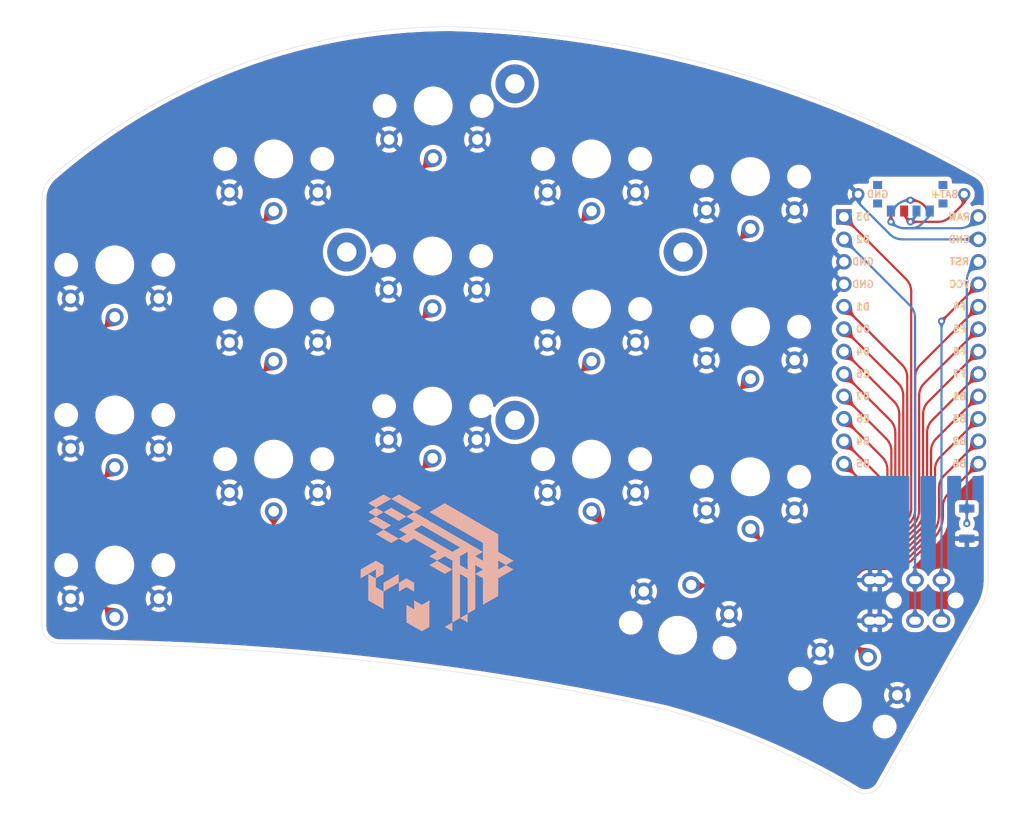
<source format=kicad_pcb>
(kicad_pcb (version 20211014) (generator pcbnew)
  (title_block (title "Clean Sweep") (date "2022-03-21") (rev "1.0") (company "lilylabs"))
  (layers (0 "F.Cu" signal) (31 "B.Cu" signal) (36 "B.SilkS" user "B.Silkscreen") (37 "F.SilkS" user "F.Silkscreen") (38 "B.Mask" user) (39 "F.Mask" user) (44 "Edge.Cuts" user))
  (net 0 "")
  (net 1 "bat+")
  (net 2 "gnd")
  (net 3 "sw18")
  (net 4 "vcc")
  (net 5 "unconnected-(PWRSW1-Pad1)")
  (net 6 "raw")
  (net 7 "rst")
  (net 8 "sw1")
  (net 9 "sw2")
  (net 10 "sw3")
  (net 11 "sw4")
  (net 12 "sw5")
  (net 13 "sw6")
  (net 14 "sw7")
  (net 15 "sw8")
  (net 16 "sw9")
  (net 17 "sw10")
  (net 18 "sw11")
  (net 19 "sw12")
  (net 20 "sw13")
  (net 21 "sw14")
  (net 22 "sw15")
  (net 23 "sw16")
  (net 24 "sw17")
  (footprint "clean-sweep:Kailh-PG1350-1u-reversible" (layer "F.Cu") (at 47 51)
    (fp_text reference "SW7" hide)
    (fp_text value "SW_Push" hide)
  )
  (footprint "clean-sweep:Kailh-PG1350-1u-reversible" (layer "F.Cu") (at 29 46)
    (fp_text reference "SW1" hide)
    (fp_text value "SW_Push" hide)
  )
  (footprint "clean-sweep:Kailh-PG1350-1u-reversible" (layer "F.Cu") (at 65.0675 28)
    (fp_text reference "SW3" hide)
    (fp_text value "SW_Push" hide)
  )
  (footprint "clean-sweep:TentingPuck" (layer "F.Cu") (at 74.314897 44.545229)
    (fp_text reference "TP1" hide)
    (fp_text value "Tenting Puck" hide)
  )
  (footprint "clean-sweep:Kailh-PG1350-1u-reversible" (layer "F.Cu") (at 83 51)
    (fp_text reference "SW9" hide)
    (fp_text value "SW_Push" hide)
  )
  (footprint "clean-sweep:Kailh-PG1350-1u-reversible" (layer "F.Cu") (at 92.750745 87.947188 165)
    (fp_text reference "SW16" hide)
    (fp_text value "SW_Push" hide)
  )
  (footprint "clean-sweep:Kailh-PG1350-1u-reversible" (layer "F.Cu") (at 47 68)
    (fp_text reference "SW12" hide)
    (fp_text value "SW_Push" hide)
  )
  (footprint "clean-sweep:Kailh-PG1350-1u-reversible" (layer "F.Cu") (at 83 34)
    (fp_text reference "SW4" hide)
    (fp_text value "SW_Push" hide)
  )
  (footprint "clean-sweep:ProMicro" (layer "F.Cu") (at 119.2 52)
    (fp_text reference "U1" hide)
    (fp_text value "ProMicro" hide)
  )
  (footprint "clean-sweep:Kailh-PG1350-1u-reversible" (layer "F.Cu") (at 29 80)
    (fp_text reference "SW11" hide)
    (fp_text value "SW_Push" hide)
  )
  (footprint "clean-sweep:Kailh-PG1350-1u-reversible" (layer "F.Cu") (at 111.405871 95.580387 150.5)
    (fp_text reference "SW17" hide)
    (fp_text value "SW_Push" hide)
  )
  (footprint "clean-sweep:Kailh-PG1350-1u-reversible" (layer "F.Cu") (at 29 63)
    (fp_text reference "SW6" hide)
    (fp_text value "SW_Push" hide)
  )
  (footprint "clean-sweep:SW_SPST_B3U-1000P-reversible" (layer "F.Cu") (at 125.5 75.3 90)
    (fp_text reference "RSW1" hide)
    (fp_text value "SW_Push" hide)
  )
  (footprint "clean-sweep:Kailh-PG1350-1u-reversible" (layer "F.Cu") (at 65 62)
    (fp_text reference "SW13" hide)
    (fp_text value "SW_Push" hide)
  )
  (footprint "clean-sweep:Kailh-PG1350-1u-reversible" (layer "F.Cu") (at 83 68)
    (fp_text reference "SW14" hide)
    (fp_text value "SW_Push" hide)
  )
  (footprint "clean-sweep:Kailh-PG1350-1u-reversible" (layer "F.Cu") (at 65 45)
    (fp_text reference "SW8" hide)
    (fp_text value "SW_Push" hide)
  )
  (footprint "clean-sweep:Kailh-PG1350-1u-reversible" (layer "F.Cu") (at 101 36)
    (fp_text reference "SW5" hide)
    (fp_text value "SW_Push" hide)
  )
  (footprint "clean-sweep:Kailh-PG1350-1u-reversible" (layer "F.Cu") (at 101 53)
    (fp_text reference "SW10" hide)
    (fp_text value "SW_Push" hide)
  )
  (footprint "clean-sweep:Bee-flipped" (layer "F.Cu") (at 65.5 80.5)
    (fp_text reference "Bee" hide)
    (fp_text value "G*****" hide)
  )
  (footprint "clean-sweep:Kailh-PG1350-1u-reversible" (layer "F.Cu") (at 47 34)
    (fp_text reference "SW2" hide)
    (fp_text value "SW_Push" hide)
  )
  (footprint "clean-sweep:TRRS-PJ-320A-reversible" (layer "F.Cu") (at 125.8325 84 -90)
    (fp_text reference "J1" hide)
    (fp_text value "TRRS" hide)
  )
  (footprint "clean-sweep:Kailh-PG1350-1u-reversible" (layer "F.Cu") (at 101 70)
    (fp_text reference "SW15" hide)
    (fp_text value "SW_Push" hide)
  )
  (footprint "clean-sweep:SW_SPDT_MSK-12C02-reversible" (layer "B.Cu") (at 119.1 38 180)
    (fp_text reference "PWRSW1" hide)
    (fp_text value "SW_SPDT" hide)
  )
  (footprint "clean-sweep:VIA-1.4mm" (layer "B.Cu") (at 119.181839 50.610244 180)
    (fp_text reference "BATGND1" hide)
    (fp_text value "MountingHole_Pad" hide)
  )
  (footprint "clean-sweep:VIA-1.4mm" (layer "B.Cu") (at 119.181839 50.610244 180)
    (fp_text reference "BAT+1" hide)
    (fp_text value "MountingHole_Pad" hide)
  )
  (gr_arc (start 91.414546 96.382519) (mid 102.534917 100.25948) (end 113.022946 105.616226) (layer "Edge.Cuts") (width 0.05))
  (gr_arc (start 127.917412 81.376746) (mid 127.726539 83.152886) (end 127.064092 84.811883) (layer "Edge.Cuts") (width 0.05))
  (gr_arc (start 22.773412 88.901692) (mid 21.306273 88.292852) (end 20.749412 86.805206) (layer "Edge.Cuts") (width 0.05))
  (gr_arc (start 67.095801 19.026712) (mid 97.901446 23.752482) (end 126.691021 35.689022) (layer "Edge.Cuts") (width 0.05))
  (gr_line (start 127.917412 81.376746) (end 127.917412 37.898912) (layer "Edge.Cuts") (width 0.05))
  (gr_arc (start 22.773412 88.901692) (mid 57.293854 90.808128) (end 91.414546 96.382519) (layer "Edge.Cuts") (width 0.05))
  (gr_arc (start 20.749412 38.610478) (mid 21.107531 37.037534) (end 22.122412 35.783573) (layer "Edge.Cuts") (width 0.05))
  (gr_arc (start 22.122412 35.783573) (mid 43.098936 23.352028) (end 67.095801 19.026712) (layer "Edge.Cuts") (width 0.05))
  (gr_arc (start 126.691021 35.689022) (mid 127.611188 36.623611) (end 127.917412 37.898912) (layer "Edge.Cuts") (width 0.05))
  (gr_arc (start 115.675412 104.969838) (mid 114.479723 105.82872) (end 113.022946 105.616226) (layer "Edge.Cuts") (width 0.05))
  (gr_line (start 20.749412 86.805206) (end 20.749412 38.610478) (layer "Edge.Cuts") (width 0.05))
  (gr_line (start 115.675412 104.969838) (end 127.064092 84.811883) (layer "Edge.Cuts") (width 0.05))
  (gr_text "GND" (at 115.4 38) (layer "B.SilkS") (effects (font (size 0.8 0.8)) (justify mirror)))
  (gr_text "BAT+" (at 123 38) (layer "B.SilkS") (effects (font (size 0.8 0.8)) (justify mirror)))
  (gr_text "GND" (at 115.4 38) (layer "F.SilkS") (effects (font (size 0.8 0.8))))
  (gr_text "BAT+" (at 123 38) (layer "F.SilkS") (effects (font (size 0.8 0.8))))
  (segment (start 123.649113 40.538715) (end 124.848528 39.3393) (width 0.25) (layer "F.Cu") (net 1))
  (segment (start 125.2 38.490772) (end 125.2 38) (width 0.25) (layer "F.Cu") (net 1))
  (segment (start 119.1 41.124502) (end 122.234899 41.124502) (width 0.25) (layer "F.Cu") (net 1))
  (segment (start 118.751472 40.775974) (end 119.1 41.124502) (width 0.25) (layer "F.Cu") (net 1))
  (segment (start 118.4 39.9) (end 118.4 39.927446) (width 0.25) (layer "F.Cu") (net 1))
  (via (at 119.1 41.124502) (size 0.8) (drill 0.4) (layers "F.Cu" "B.Cu") (net 1))
  (arc (start 125.2 38.490772) (mid 125.108655 38.949992) (end 124.848528 39.3393) (width 0.25) (layer "F.Cu") (net 1))
  (arc (start 122.234899 41.124502) (mid 123.000266 40.972261) (end 123.649113 40.538715) (width 0.25) (layer "F.Cu") (net 1))
  (arc (start 118.751472 40.775974) (mid 118.491345 40.386666) (end 118.4 39.927446) (width 0.25) (layer "F.Cu") (net 1))
  (segment (start 119.8 39.9) (end 119.8 39.927446) (width 0.25) (layer "B.Cu") (net 1))
  (segment (start 119.448528 40.775974) (end 119.1 41.124502) (width 0.25) (layer "B.Cu") (net 1))
  (arc (start 119.8 39.927446) (mid 119.708655 40.386666) (end 119.448528 40.775974) (width 0.25) (layer "B.Cu") (net 1))
  (segment (start 116.78096 42.524213) (end 113.551472 39.294725) (width 0.25) (layer "B.Cu") (net 2))
  (segment (start 126.82 43.11) (end 118.195174 43.11) (width 0.25) (layer "B.Cu") (net 2))
  (segment (start 113.2 38.446197) (end 113.2 38) (width 0.25) (layer "B.Cu") (net 2))
  (arc (start 118.195174 43.11) (mid 117.429807 42.957759) (end 116.78096 42.524213) (width 0.25) (layer "B.Cu") (net 2))
  (arc (start 113.2 38.446197) (mid 113.291345 38.905417) (end 113.551472 39.294725) (width 0.25) (layer "B.Cu") (net 2))
  (segment (start 119.6325 51.990927) (end 119.6325 81.7) (width 0.25) (layer "B.Cu") (net 3))
  (segment (start 119.6325 86.3) (end 119.6325 81.7) (width 0.25) (layer "B.Cu") (net 3))
  (segment (start 111.58 43.11) (end 119.046714 50.576714) (width 0.25) (layer "B.Cu") (net 3))
  (arc (start 119.046714 50.576714) (mid 119.480259 51.22556) (end 119.6325 51.990927) (width 0.25) (layer "B.Cu") (net 3))
  (segment (start 126.82 48.19) (end 122.6325 52.3775) (width 0.25) (layer "F.Cu") (net 4))
  (via (at 122.6325 52.3775) (size 0.8) (drill 0.4) (layers "F.Cu" "B.Cu") (net 4))
  (segment (start 122.6325 86.3) (end 122.6325 81.7) (width 0.25) (layer "B.Cu") (net 4))
  (segment (start 122.6325 81.7) (end 122.6325 52.3775) (width 0.25) (layer "B.Cu") (net 4))
  (segment (start 120.661285 39.261285) (end 121.3 39.9) (width 0.25) (layer "F.Cu") (net 5))
  (segment (start 119.1 38.675498) (end 119.247071 38.675498) (width 0.25) (layer "F.Cu") (net 5))
  (via (at 119.1 38.675498) (size 0.8) (drill 0.4) (layers "F.Cu" "B.Cu") (net 5))
  (arc (start 120.661285 39.261285) (mid 120.012438 38.827739) (end 119.247071 38.675498) (width 0.25) (layer "F.Cu") (net 5))
  (segment (start 117.538715 39.261285) (end 116.9 39.9) (width 0.25) (layer "B.Cu") (net 5))
  (segment (start 119.1 38.675498) (end 118.952929 38.675498) (width 0.25) (layer "B.Cu") (net 5))
  (arc (start 117.538715 39.261285) (mid 118.187562 38.827739) (end 118.952929 38.675498) (width 0.25) (layer "B.Cu") (net 5))
  (segment (start 116.9 39.9) (end 116.9 41.124502) (width 0.25) (layer "F.Cu") (net 6))
  (via (at 116.9 41.124502) (size 0.8) (drill 0.4) (layers "F.Cu" "B.Cu") (net 6))
  (segment (start 116.9 41.124502) (end 117.038725 41.263227) (width 0.25) (layer "B.Cu") (net 6))
  (segment (start 117.038724 41.263226) (end 116.9 41.124502) (width 0.25) (layer "B.Cu") (net 6))
  (segment (start 118.452938 41.849013) (end 124.71256 41.849013) (width 0.25) (layer "B.Cu") (net 6))
  (segment (start 121.3 39.9) (end 121.3 39.943328) (width 0.25) (layer "B.Cu") (net 6))
  (segment (start 119.228629 41.849013) (end 118.452938 41.849013) (width 0.25) (layer "B.Cu") (net 6))
  (segment (start 126.126774 41.263226) (end 126.82 40.57) (width 0.25) (layer "B.Cu") (net 6))
  (segment (start 120.948528 40.791856) (end 120.36 41.380384) (width 0.25) (layer "B.Cu") (net 6))
  (arc (start 120.948528 40.791856) (mid 121.208655 40.402548) (end 121.3 39.943328) (width 0.25) (layer "B.Cu") (net 6))
  (arc (start 118.452938 41.849013) (mid 117.687571 41.696772) (end 117.038724 41.263226) (width 0.25) (layer "B.Cu") (net 6))
  (arc (start 124.71256 41.849013) (mid 125.477927 41.696772) (end 126.126774 41.263226) (width 0.25) (layer "B.Cu") (net 6))
  (arc (start 117.038725 41.263227) (mid 117.687571 41.696772) (end 118.452938 41.849013) (width 0.25) (layer "B.Cu") (net 6))
  (arc (start 120.36 41.380384) (mid 119.840923 41.72722) (end 119.228629 41.849013) (width 0.25) (layer "B.Cu") (net 6))
  (segment (start 125.5 73.6) (end 125.5 75.3) (width 0.25) (layer "F.Cu") (net 7))
  (via (at 125.5 75.3) (size 0.8) (drill 0.4) (layers "F.Cu" "B.Cu") (net 7))
  (segment (start 125.5 73.6) (end 125.5 47.798427) (width 0.25) (layer "B.Cu") (net 7))
  (segment (start 125.5 73.6) (end 125.5 75.3) (width 0.25) (layer "B.Cu") (net 7))
  (segment (start 126.085787 46.384213) (end 126.82 45.65) (width 0.25) (layer "B.Cu") (net 7))
  (arc (start 126.085787 46.384213) (mid 125.652241 47.03306) (end 125.5 47.798427) (width 0.25) (layer "B.Cu") (net 7))
  (segment (start 46.542363 79.417951) (end 43.871234 76.746822) (width 0.25) (layer "F.Cu") (net 8))
  (segment (start 112.690488 79.615467) (end 110.449266 81.856689) (width 0.25) (layer "F.Cu") (net 8))
  (segment (start 107.76226 82.969683) (end 99.522921 82.969683) (width 0.25) (layer "F.Cu") (net 8))
  (segment (start 120.56892 76.232083) (end 118.591423 78.20958) (width 0.25) (layer "F.Cu") (net 8))
  (segment (start 96.977336 81.915267) (end 95.534435 80.472366) (width 0.25) (layer "F.Cu") (net 8))
  (segment (start 42.315599 76.102457) (end 27.962408 76.102457) (width 0.25) (layer "F.Cu") (net 8))
  (segment (start 26.831037 75.633827) (end 26.25354 75.05633) (width 0.25) (layer "F.Cu") (net 8))
  (segment (start 25.784911 73.92496) (end 25.784911 55.943516) (width 0.25) (layer "F.Cu") (net 8))
  (segment (start 116.470103 79.088259) (end 113.96328 79.088259) (width 0.25) (layer "F.Cu") (net 8))
  (segment (start 94.544486 80.062316) (end 48.097998 80.062316) (width 0.25) (layer "F.Cu") (net 8))
  (segment (start 121.4476 67.090827) (end 121.4476 74.110762) (width 0.25) (layer "F.Cu") (net 8))
  (segment (start 26.370698 54.529302) (end 29 51.9) (width 0.25) (layer "F.Cu") (net 8))
  (segment (start 126.82 60.89) (end 122.033386 65.676614) (width 0.25) (layer "F.Cu") (net 8))
  (arc (start 25.784911 73.92496) (mid 25.906704 74.537253) (end 26.25354 75.05633) (width 0.25) (layer "F.Cu") (net 8))
  (arc (start 112.690488 79.615467) (mid 113.27445 79.225276) (end 113.96328 79.088259) (width 0.25) (layer "F.Cu") (net 8))
  (arc (start 26.370698 54.529302) (mid 25.937152 55.178149) (end 25.784911 55.943516) (width 0.25) (layer "F.Cu") (net 8))
  (arc (start 94.544486 80.062316) (mid 95.080242 80.168885) (end 95.534435 80.472366) (width 0.25) (layer "F.Cu") (net 8))
  (arc (start 110.449266 81.856689) (mid 109.216457 82.680426) (end 107.76226 82.969683) (width 0.25) (layer "F.Cu") (net 8))
  (arc (start 27.962408 76.102457) (mid 27.350114 75.980664) (end 26.831037 75.633827) (width 0.25) (layer "F.Cu") (net 8))
  (arc (start 46.542363 79.417951) (mid 47.256094 79.894851) (end 48.097998 80.062316) (width 0.25) (layer "F.Cu") (net 8))
  (arc (start 118.591423 78.20958) (mid 117.618153 78.859898) (end 116.470103 79.088259) (width 0.25) (layer "F.Cu") (net 8))
  (arc (start 121.4476 67.090827) (mid 121.599841 66.32546) (end 122.033386 65.676614) (width 0.25) (layer "F.Cu") (net 8))
  (arc (start 43.871234 76.746822) (mid 43.157503 76.269922) (end 42.315599 76.102457) (width 0.25) (layer "F.Cu") (net 8))
  (arc (start 120.56892 76.232083) (mid 121.219239 75.258813) (end 121.4476 74.110762) (width 0.25) (layer "F.Cu") (net 8))
  (arc (start 99.522921 82.969683) (mid 98.14526 82.695649) (end 96.977336 81.915267) (width 0.25) (layer "F.Cu") (net 8))
  (segment (start 116.263393 78.189219) (end 113.75657 78.189219) (width 0.25) (layer "F.Cu") (net 9))
  (segment (start 47.031917 78.636068) (end 44.253108 75.857259) (width 0.25) (layer "F.Cu") (net 9))
  (segment (start 112.200935 78.833584) (end 109.959712 81.074807) (width 0.25) (layer "F.Cu") (net 9))
  (segment (start 120.54856 62.909867) (end 120.54856 73.904052) (width 0.25) (layer "F.Cu") (net 9))
  (segment (start 119.787037 75.74253) (end 118.10187 77.427697) (width 0.25) (layer "F.Cu") (net 9))
  (segment (start 126.82 55.81) (end 121.134346 61.495654) (width 0.25) (layer "F.Cu") (net 9))
  (segment (start 107.555549 82.070643) (end 99.729631 82.070643) (width 0.25) (layer "F.Cu") (net 9))
  (segment (start 44.370266 42.529734) (end 47 39.9) (width 0.25) (layer "F.Cu") (net 9))
  (segment (start 43.784479 74.725888) (end 43.784479 43.943948) (width 0.25) (layer "F.Cu") (net 9))
  (segment (start 97.466889 81.133384) (end 96.023989 79.690484) (width 0.25) (layer "F.Cu") (net 9))
  (segment (start 94.751197 79.163276) (end 48.304709 79.163276) (width 0.25) (layer "F.Cu") (net 9))
  (arc (start 44.370266 42.529734) (mid 43.93672 43.178581) (end 43.784479 43.943948) (width 0.25) (layer "F.Cu") (net 9))
  (arc (start 47.031917 78.636068) (mid 47.615879 79.026259) (end 48.304709 79.163276) (width 0.25) (layer "F.Cu") (net 9))
  (arc (start 109.959712 81.074807) (mid 108.856673 81.811834) (end 107.555549 82.070643) (width 0.25) (layer "F.Cu") (net 9))
  (arc (start 112.200935 78.833584) (mid 112.914666 78.356684) (end 113.75657 78.189219) (width 0.25) (layer "F.Cu") (net 9))
  (arc (start 94.751197 79.163276) (mid 95.440027 79.300293) (end 96.023989 79.690484) (width 0.25) (layer "F.Cu") (net 9))
  (arc (start 120.54856 73.904052) (mid 120.350647 74.899029) (end 119.787037 75.74253) (width 0.25) (layer "F.Cu") (net 9))
  (arc (start 116.263393 78.189219) (mid 117.25837 77.991306) (end 118.10187 77.427697) (width 0.25) (layer "F.Cu") (net 9))
  (arc (start 120.54856 62.909867) (mid 120.700801 62.1445) (end 121.134346 61.495654) (width 0.25) (layer "F.Cu") (net 9))
  (arc (start 44.253108 75.857259) (mid 43.906272 75.338182) (end 43.784479 74.725888) (width 0.25) (layer "F.Cu") (net 9))
  (arc (start 97.466889 81.133384) (mid 98.505044 81.827057) (end 99.729631 82.070643) (width 0.25) (layer "F.Cu") (net 9))
  (segment (start 96.758318 78.517659) (end 98.201219 79.96056) (width 0.25) (layer "F.Cu") (net 10))
  (segment (start 118.614213 47.604213) (end 111.58 40.57) (width 0.25) (layer "F.Cu") (net 10))
  (segment (start 109.225382 79.901982) (end 111.466605 77.66076) (width 0.25) (layer "F.Cu") (net 10))
  (segment (start 61.793355 37.935072) (end 61.793355 75.630603) (width 0.25) (layer "F.Cu") (net 10))
  (segment (start 119.2 73.593986) (end 119.2 49.018427) (width 0.25) (layer "F.Cu") (net 10))
  (segment (start 63.977468 77.814716) (end 95.061262 77.814716) (width 0.25) (layer "F.Cu") (net 10))
  (segment (start 117.36754 76.254873) (end 118.614213 75.0082) (width 0.25) (layer "F.Cu") (net 10))
  (segment (start 113.446504 76.840659) (end 115.953327 76.840659) (width 0.25) (layer "F.Cu") (net 10))
  (segment (start 100.039697 80.722083) (end 107.245483 80.722083) (width 0.25) (layer "F.Cu") (net 10))
  (segment (start 65 33.9) (end 62.379142 36.520858) (width 0.25) (layer "F.Cu") (net 10))
  (segment (start 62.320563 76.903395) (end 62.704676 77.287508) (width 0.25) (layer "F.Cu") (net 10))
  (arc (start 61.793355 75.630603) (mid 61.930372 76.319433) (end 62.320563 76.903395) (width 0.25) (layer "F.Cu") (net 10))
  (arc (start 111.466605 77.66076) (mid 112.37499 77.053796) (end 113.446504 76.840659) (width 0.25) (layer "F.Cu") (net 10))
  (arc (start 62.704676 77.287508) (mid 63.288638 77.677699) (end 63.977468 77.814716) (width 0.25) (layer "F.Cu") (net 10))
  (arc (start 95.061262 77.814716) (mid 95.979702 77.997405) (end 96.758318 78.517659) (width 0.25) (layer "F.Cu") (net 10))
  (arc (start 118.614213 75.0082) (mid 119.047759 74.359353) (end 119.2 73.593986) (width 0.25) (layer "F.Cu") (net 10))
  (arc (start 62.379142 36.520858) (mid 61.945596 37.169705) (end 61.793355 37.935072) (width 0.25) (layer "F.Cu") (net 10))
  (arc (start 115.953327 76.840659) (mid 116.718694 76.688418) (end 117.36754 76.254873) (width 0.25) (layer "F.Cu") (net 10))
  (arc (start 107.245483 80.722083) (mid 108.316997 80.508946) (end 109.225382 79.901982) (width 0.25) (layer "F.Cu") (net 10))
  (arc (start 98.201219 79.96056) (mid 99.04472 80.524169) (end 100.039697 80.722083) (width 0.25) (layer "F.Cu") (net 10))
  (arc (start 118.614213 47.604213) (mid 119.047759 48.25306) (end 119.2 49.018427) (width 0.25) (layer "F.Cu") (net 10))
  (segment (start 106.935417 79.373523) (end 100.349763 79.373523) (width 0.25) (layer "F.Cu") (net 11))
  (segment (start 110.732275 76.487935) (end 108.491052 78.729158) (width 0.25) (layer "F.Cu") (net 11))
  (segment (start 111.58 55.81) (end 117.265654 61.495654) (width 0.25) (layer "F.Cu") (net 11))
  (segment (start 117.441389 74.27387) (end 116.63321 75.082049) (width 0.25) (layer "F.Cu") (net 11))
  (segment (start 115.643261 75.492099) (end 113.136438 75.492099) (width 0.25) (layer "F.Cu") (net 11))
  (segment (start 117.85144 62.909867) (end 117.85144 73.28392) (width 0.25) (layer "F.Cu") (net 11))
  (segment (start 80.350275 42.549725) (end 83 39.9) (width 0.25) (layer "F.Cu") (net 11))
  (segment (start 98.935549 78.787736) (end 97.492648 77.344835) (width 0.25) (layer "F.Cu") (net 11))
  (segment (start 79.764488 73.658211) (end 79.764488 43.963939) (width 0.25) (layer "F.Cu") (net 11))
  (segment (start 95.371328 76.466156) (end 82.572433 76.466156) (width 0.25) (layer "F.Cu") (net 11))
  (segment (start 81.441062 75.997527) (end 80.233117 74.789582) (width 0.25) (layer "F.Cu") (net 11))
  (arc (start 110.732275 76.487935) (mid 111.835314 75.750908) (end 113.136438 75.492099) (width 0.25) (layer "F.Cu") (net 11))
  (arc (start 117.85144 73.28392) (mid 117.744871 73.819677) (end 117.441389 74.27387) (width 0.25) (layer "F.Cu") (net 11))
  (arc (start 98.935549 78.787736) (mid 99.584396 79.221282) (end 100.349763 79.373523) (width 0.25) (layer "F.Cu") (net 11))
  (arc (start 116.63321 75.082049) (mid 116.179017 75.38553) (end 115.643261 75.492099) (width 0.25) (layer "F.Cu") (net 11))
  (arc (start 106.935417 79.373523) (mid 107.777321 79.206058) (end 108.491052 78.729158) (width 0.25) (layer "F.Cu") (net 11))
  (arc (start 79.764488 73.658211) (mid 79.886281 74.270504) (end 80.233117 74.789582) (width 0.25) (layer "F.Cu") (net 11))
  (arc (start 117.85144 62.909867) (mid 117.699199 62.1445) (end 117.265654 61.495654) (width 0.25) (layer "F.Cu") (net 11))
  (arc (start 97.492648 77.344835) (mid 96.519378 76.694517) (end 95.371328 76.466156) (width 0.25) (layer "F.Cu") (net 11))
  (arc (start 80.350275 42.549725) (mid 79.916729 43.198572) (end 79.764488 43.963939) (width 0.25) (layer "F.Cu") (net 11))
  (arc (start 82.572433 76.466156) (mid 81.96014 76.344363) (end 81.441062 75.997527) (width 0.25) (layer "F.Cu") (net 11))
  (segment (start 97.783184 74.816947) (end 97.783184 45.945243) (width 0.25) (layer "F.Cu") (net 12))
  (segment (start 98.368971 44.531029) (end 101 41.9) (width 0.25) (layer "F.Cu") (net 12))
  (segment (start 116.50288 69.181307) (end 116.50288 72.973854) (width 0.25) (layer "F.Cu") (net 12))
  (segment (start 115.333195 74.143539) (end 112.826372 74.143539) (width 0.25) (layer "F.Cu") (net 12))
  (segment (start 106.625351 78.024963) (end 100.659829 78.024963) (width 0.25) (layer "F.Cu") (net 12))
  (segment (start 109.997945 75.315111) (end 107.756722 77.556334) (width 0.25) (layer "F.Cu") (net 12))
  (segment (start 111.58 63.43) (end 115.917094 67.767094) (width 0.25) (layer "F.Cu") (net 12))
  (segment (start 116.268565 73.53954) (end 115.89888 73.909225) (width 0.25) (layer "F.Cu") (net 12))
  (segment (start 99.669879 77.614912) (end 98.427549 76.372582) (width 0.25) (layer "F.Cu") (net 12))
  (arc (start 97.783184 74.816947) (mid 97.950649 75.658851) (end 98.427549 76.372582) (width 0.25) (layer "F.Cu") (net 12))
  (arc (start 112.826372 74.143539) (mid 111.295639 74.448021) (end 109.997945 75.315111) (width 0.25) (layer "F.Cu") (net 12))
  (arc (start 97.783184 45.945243) (mid 97.935425 45.179876) (end 98.368971 44.531029) (width 0.25) (layer "F.Cu") (net 12))
  (arc (start 106.625351 78.024963) (mid 107.237644 77.90317) (end 107.756722 77.556334) (width 0.25) (layer "F.Cu") (net 12))
  (arc (start 115.333195 74.143539) (mid 115.639341 74.082643) (end 115.89888 73.909225) (width 0.25) (layer "F.Cu") (net 12))
  (arc (start 116.50288 69.181307) (mid 116.350639 68.41594) (end 115.917094 67.767094) (width 0.25) (layer "F.Cu") (net 12))
  (arc (start 100.659829 78.024963) (mid 100.124072 77.918394) (end 99.669879 77.614912) (width 0.25) (layer "F.Cu") (net 12))
  (arc (start 116.268565 73.53954) (mid 116.441984 73.280001) (end 116.50288 72.973854) (width 0.25) (layer "F.Cu") (net 12))
  (segment (start 126.82 58.35) (end 121.583866 63.586134) (width 0.25) (layer "F.Cu") (net 13))
  (segment (start 26.820218 71.079782) (end 29 68.9) (width 0.25) (layer "F.Cu") (net 13))
  (segment (start 120.99808 65.000347) (end 120.99808 74.007407) (width 0.25) (layer "F.Cu") (net 13))
  (segment (start 94.647841 79.612796) (end 48.201352 79.612796) (width 0.25) (layer "F.Cu") (net 13))
  (segment (start 120.177979 75.987306) (end 118.346647 77.818638) (width 0.25) (layer "F.Cu") (net 13))
  (segment (start 42.418953 75.652937) (end 28.065763 75.652937) (width 0.25) (layer "F.Cu") (net 13))
  (segment (start 27.075813 75.242886) (end 26.644481 74.811554) (width 0.25) (layer "F.Cu") (net 13))
  (segment (start 26.234431 73.821605) (end 26.234431 72.493996) (width 0.25) (layer "F.Cu") (net 13))
  (segment (start 46.787138 79.027009) (end 44.116009 76.35588) (width 0.25) (layer "F.Cu") (net 13))
  (segment (start 107.658904 82.520163) (end 99.626276 82.520163) (width 0.25) (layer "F.Cu") (net 13))
  (segment (start 97.222113 81.524326) (end 95.779212 80.081425) (width 0.25) (layer "F.Cu") (net 13))
  (segment (start 112.445712 79.224525) (end 110.204488 81.465748) (width 0.25) (layer "F.Cu") (net 13))
  (segment (start 116.366748 78.638739) (end 113.859925 78.638739) (width 0.25) (layer "F.Cu") (net 13))
  (arc (start 26.234431 72.493996) (mid 26.386672 71.728629) (end 26.820218 71.079782) (width 0.25) (layer "F.Cu") (net 13))
  (arc (start 46.787138 79.027009) (mid 47.435985 79.460555) (end 48.201352 79.612796) (width 0.25) (layer "F.Cu") (net 13))
  (arc (start 44.116009 76.35588) (mid 43.337393 75.835626) (end 42.418953 75.652937) (width 0.25) (layer "F.Cu") (net 13))
  (arc (start 118.346647 77.818638) (mid 117.438262 78.425602) (end 116.366748 78.638739) (width 0.25) (layer "F.Cu") (net 13))
  (arc (start 99.626276 82.520163) (mid 98.325152 82.261353) (end 97.222113 81.524326) (width 0.25) (layer "F.Cu") (net 13))
  (arc (start 112.445712 79.224525) (mid 113.094558 78.79098) (end 113.859925 78.638739) (width 0.25) (layer "F.Cu") (net 13))
  (arc (start 120.99808 74.007407) (mid 120.784943 75.078921) (end 120.177979 75.987306) (width 0.25) (layer "F.Cu") (net 13))
  (arc (start 26.644481 74.811554) (mid 26.341 74.357361) (end 26.234431 73.821605) (width 0.25) (layer "F.Cu") (net 13))
  (arc (start 107.658904 82.520163) (mid 109.036564 82.246129) (end 110.204488 81.465748) (width 0.25) (layer "F.Cu") (net 13))
  (arc (start 27.075813 75.242886) (mid 27.530006 75.546368) (end 28.065763 75.652937) (width 0.25) (layer "F.Cu") (net 13))
  (arc (start 95.779212 80.081425) (mid 95.260135 79.734589) (end 94.647841 79.612796) (width 0.25) (layer "F.Cu") (net 13))
  (arc (start 120.99808 65.000347) (mid 121.150321 64.23498) (end 121.583866 63.586134) (width 0.25) (layer "F.Cu") (net 13))
  (segment (start 119.396096 75.497753) (end 117.857093 77.036756) (width 0.25) (layer "F.Cu") (net 14))
  (segment (start 44.819786 59.080214) (end 47 56.9) (width 0.25) (layer "F.Cu") (net 14))
  (segment (start 97.711666 80.742443) (end 96.268765 79.299542) (width 0.25) (layer "F.Cu") (net 14))
  (segment (start 94.854552 78.713756) (end 48.408065 78.713756) (width 0.25) (layer "F.Cu") (net 14))
  (segment (start 44.233999 74.622533) (end 44.233999 60.494428) (width 0.25) (layer "F.Cu") (net 14))
  (segment (start 111.956158 78.442643) (end 109.714936 80.683865) (width 0.25) (layer "F.Cu") (net 14))
  (segment (start 126.82 53.27) (end 120.684826 59.405174) (width 0.25) (layer "F.Cu") (net 14))
  (segment (start 107.452195 81.621123) (end 99.832987 81.621123) (width 0.25) (layer "F.Cu") (net 14))
  (segment (start 47.276694 78.245127) (end 44.644049 75.612482) (width 0.25) (layer "F.Cu") (net 14))
  (segment (start 120.09904 60.819387) (end 120.09904 73.800696) (width 0.25) (layer "F.Cu") (net 14))
  (segment (start 116.160037 77.739699) (end 113.653215 77.739699) (width 0.25) (layer "F.Cu") (net 14))
  (arc (start 94.854552 78.713756) (mid 95.619919 78.865997) (end 96.268765 79.299542) (width 0.25) (layer "F.Cu") (net 14))
  (arc (start 99.832987 81.621123) (mid 98.684936 81.392761) (end 97.711666 80.742443) (width 0.25) (layer "F.Cu") (net 14))
  (arc (start 116.160037 77.739699) (mid 117.078477 77.55701) (end 117.857093 77.036756) (width 0.25) (layer "F.Cu") (net 14))
  (arc (start 44.233999 74.622533) (mid 44.340568 75.158289) (end 44.644049 75.612482) (width 0.25) (layer "F.Cu") (net 14))
  (arc (start 120.684826 59.405174) (mid 120.251281 60.05402) (end 120.09904 60.819387) (width 0.25) (layer "F.Cu") (net 14))
  (arc (start 120.09904 73.800696) (mid 119.916351 74.719137) (end 119.396096 75.497753) (width 0.25) (layer "F.Cu") (net 14))
  (arc (start 107.452195 81.621123) (mid 108.676782 81.377538) (end 109.714936 80.683865) (width 0.25) (layer "F.Cu") (net 14))
  (arc (start 113.653215 77.739699) (mid 112.734774 77.922388) (end 111.956158 78.442643) (width 0.25) (layer "F.Cu") (net 14))
  (arc (start 44.233999 60.494428) (mid 44.38624 59.729061) (end 44.819786 59.080214) (width 0.25) (layer "F.Cu") (net 14))
  (arc (start 48.408065 78.713756) (mid 47.795772 78.591963) (end 47.276694 78.245127) (width 0.25) (layer "F.Cu") (net 14))
  (segment (start 118.223272 74.763423) (end 117.122764 75.863931) (width 0.25) (layer "F.Cu") (net 15))
  (segment (start 111.58 50.73) (end 118.164694 57.314694) (width 0.25) (layer "F.Cu") (net 15))
  (segment (start 111.221828 77.269819) (end 108.980606 79.511041) (width 0.25) (layer "F.Cu") (net 15))
  (segment (start 115.849972 76.391139) (end 113.343149 76.391139) (width 0.25) (layer "F.Cu") (net 15))
  (segment (start 118.75048 58.728907) (end 118.75048 73.490631) (width 0.25) (layer "F.Cu") (net 15))
  (segment (start 98.445996 79.569619) (end 97.003095 78.126718) (width 0.25) (layer "F.Cu") (net 15))
  (segment (start 62.828662 53.071338) (end 65 50.9) (width 0.25) (layer "F.Cu") (net 15))
  (segment (start 62.949453 76.896567) (end 62.711505 76.658619) (width 0.25) (layer "F.Cu") (net 15))
  (segment (start 107.142129 80.272563) (end 100.143053 80.272563) (width 0.25) (layer "F.Cu") (net 15))
  (segment (start 95.164618 77.365196) (end 64.080823 77.365196) (width 0.25) (layer "F.Cu") (net 15))
  (segment (start 62.242875 75.527248) (end 62.242875 54.485552) (width 0.25) (layer "F.Cu") (net 15))
  (arc (start 62.828662 53.071338) (mid 62.395116 53.720185) (end 62.242875 54.485552) (width 0.25) (layer "F.Cu") (net 15))
  (arc (start 113.343149 76.391139) (mid 112.195098 76.619501) (end 111.221828 77.269819) (width 0.25) (layer "F.Cu") (net 15))
  (arc (start 62.949453 76.896567) (mid 63.46853 77.243403) (end 64.080823 77.365196) (width 0.25) (layer "F.Cu") (net 15))
  (arc (start 115.849972 76.391139) (mid 116.538802 76.254122) (end 117.122764 75.863931) (width 0.25) (layer "F.Cu") (net 15))
  (arc (start 100.143053 80.272563) (mid 99.224612 80.089874) (end 98.445996 79.569619) (width 0.25) (layer "F.Cu") (net 15))
  (arc (start 95.164618 77.365196) (mid 96.159595 77.563109) (end 97.003095 78.126718) (width 0.25) (layer "F.Cu") (net 15))
  (arc (start 107.142129 80.272563) (mid 108.137106 80.07465) (end 108.980606 79.511041) (width 0.25) (layer "F.Cu") (net 15))
  (arc (start 118.75048 73.490631) (mid 118.613463 74.179461) (end 118.223272 74.763423) (width 0.25) (layer "F.Cu") (net 15))
  (arc (start 62.711505 76.658619) (mid 62.364668 76.139542) (end 62.242875 75.527248) (width 0.25) (layer "F.Cu") (net 15))
  (arc (start 118.164694 57.314694) (mid 118.598239 57.96354) (end 118.75048 58.728907) (width 0.25) (layer "F.Cu") (net 15))
  (segment (start 81.685838 75.606585) (end 80.624058 74.544805) (width 0.25) (layer "F.Cu") (net 16))
  (segment (start 99.180326 78.396795) (end 97.737425 76.953894) (width 0.25) (layer "F.Cu") (net 16))
  (segment (start 115.539906 75.042579) (end 113.033083 75.042579) (width 0.25) (layer "F.Cu") (net 16))
  (segment (start 117.40192 65.000347) (end 117.40192 73.180565) (width 0.25) (layer "F.Cu") (net 16))
  (segment (start 117.050448 74.029093) (end 116.388434 74.691107) (width 0.25) (layer "F.Cu") (net 16))
  (segment (start 80.799795 59.100205) (end 83 56.9) (width 0.25) (layer "F.Cu") (net 16))
  (segment (start 106.832063 78.924003) (end 100.453118 78.924003) (width 0.25) (layer "F.Cu") (net 16))
  (segment (start 95.474684 76.016636) (end 82.675788 76.016636) (width 0.25) (layer "F.Cu") (net 16))
  (segment (start 111.58 58.35) (end 116.816134 63.586134) (width 0.25) (layer "F.Cu") (net 16))
  (segment (start 80.214008 73.554856) (end 80.214008 60.514419) (width 0.25) (layer "F.Cu") (net 16))
  (segment (start 110.487498 76.096995) (end 108.246276 78.338217) (width 0.25) (layer "F.Cu") (net 16))
  (arc (start 117.40192 65.000347) (mid 117.249679 64.23498) (end 116.816134 63.586134) (width 0.25) (layer "F.Cu") (net 16))
  (arc (start 97.737425 76.953894) (mid 96.699271 76.260222) (end 95.474684 76.016636) (width 0.25) (layer "F.Cu") (net 16))
  (arc (start 80.624058 74.544805) (mid 80.320577 74.090612) (end 80.214008 73.554856) (width 0.25) (layer "F.Cu") (net 16))
  (arc (start 113.033083 75.042579) (mid 111.655422 75.316613) (end 110.487498 76.096995) (width 0.25) (layer "F.Cu") (net 16))
  (arc (start 99.180326 78.396795) (mid 99.764288 78.786986) (end 100.453118 78.924003) (width 0.25) (layer "F.Cu") (net 16))
  (arc (start 106.832063 78.924003) (mid 107.59743 78.771762) (end 108.246276 78.338217) (width 0.25) (layer "F.Cu") (net 16))
  (arc (start 115.539906 75.042579) (mid 115.999126 74.951234) (end 116.388434 74.691107) (width 0.25) (layer "F.Cu") (net 16))
  (arc (start 117.40192 73.180565) (mid 117.310575 73.639785) (end 117.050448 74.029093) (width 0.25) (layer "F.Cu") (net 16))
  (arc (start 80.799795 59.100205) (mid 80.366249 59.749052) (end 80.214008 60.514419) (width 0.25) (layer "F.Cu") (net 16))
  (arc (start 81.685838 75.606585) (mid 82.140031 75.910067) (end 82.675788 76.016636) (width 0.25) (layer "F.Cu") (net 16))
  (segment (start 116.05336 71.271787) (end 116.05336 72.870499) (width 0.25) (layer "F.Cu") (net 17))
  (segment (start 98.818491 61.081509) (end 101 58.9) (width 0.25) (layer "F.Cu") (net 17))
  (segment (start 106.521997 77.575443) (end 100.763184 77.575443) (width 0.25) (layer "F.Cu") (net 17))
  (segment (start 115.22984 73.694019) (end 112.723017 73.694019) (width 0.25) (layer "F.Cu") (net 17))
  (segment (start 111.58 65.97) (end 115.467574 69.857574) (width 0.25) (layer "F.Cu") (net 17))
  (segment (start 99.914656 77.223971) (end 98.81849 76.127805) (width 0.25) (layer "F.Cu") (net 17))
  (segment (start 98.232704 74.713592) (end 98.232704 62.495723) (width 0.25) (layer "F.Cu") (net 17))
  (segment (start 109.753168 74.924171) (end 107.511946 77.165393) (width 0.25) (layer "F.Cu") (net 17))
  (segment (start 115.877624 73.294763) (end 115.654104 73.518283) (width 0.25) (layer "F.Cu") (net 17))
  (arc (start 109.753168 74.924171) (mid 111.115746 74.013725) (end 112.723017 73.694019) (width 0.25) (layer "F.Cu") (net 17))
  (arc (start 115.877624 73.294763) (mid 116.007688 73.100109) (end 116.05336 72.870499) (width 0.25) (layer "F.Cu") (net 17))
  (arc (start 115.467574 69.857574) (mid 115.901119 70.50642) (end 116.05336 71.271787) (width 0.25) (layer "F.Cu") (net 17))
  (arc (start 98.232704 62.495723) (mid 98.384945 61.730356) (end 98.818491 61.081509) (width 0.25) (layer "F.Cu") (net 17))
  (arc (start 98.232704 74.713592) (mid 98.384945 75.478959) (end 98.81849 76.127805) (width 0.25) (layer "F.Cu") (net 17))
  (arc (start 100.763184 77.575443) (mid 100.303964 77.484098) (end 99.914656 77.223971) (width 0.25) (layer "F.Cu") (net 17))
  (arc (start 106.521997 77.575443) (mid 107.057753 77.468874) (end 107.511946 77.165393) (width 0.25) (layer "F.Cu") (net 17))
  (arc (start 115.654104 73.518283) (mid 115.45945 73.648347) (end 115.22984 73.694019) (width 0.25) (layer "F.Cu") (net 17))
  (segment (start 26.829986 77.020606) (end 26.254593 77.595999) (width 0.25) (layer "F.Cu") (net 18))
  (segment (start 116.573459 79.537779) (end 114.066636 79.537779) (width 0.25) (layer "F.Cu") (net 18))
  (segment (start 121.897119 69.181308) (end 121.897119 74.214119) (width 0.25) (layer "F.Cu") (net 18))
  (segment (start 25.785964 78.72737) (end 25.785964 81.857537) (width 0.25) (layer "F.Cu") (net 18))
  (segment (start 26.371751 83.271751) (end 29 85.9) (width 0.25) (layer "F.Cu") (net 18))
  (segment (start 94.441131 80.511836) (end 47.994644 80.511836) (width 0.25) (layer "F.Cu") (net 18))
  (segment (start 126.82 63.43) (end 122.482905 67.767095) (width 0.25) (layer "F.Cu") (net 18))
  (segment (start 42.212245 76.551977) (end 27.961357 76.551977) (width 0.25) (layer "F.Cu") (net 18))
  (segment (start 120.95986 76.476861) (end 118.8362 78.600521) (width 0.25) (layer "F.Cu") (net 18))
  (segment (start 96.73256 82.306209) (end 95.289659 80.863308) (width 0.25) (layer "F.Cu") (net 18))
  (segment (start 46.297587 79.808892) (end 43.626458 77.137763) (width 0.25) (layer "F.Cu") (net 18))
  (segment (start 107.865615 83.419203) (end 99.419566 83.419203) (width 0.25) (layer "F.Cu") (net 18))
  (segment (start 112.935265 80.006408) (end 110.694042 82.247631) (width 0.25) (layer "F.Cu") (net 18))
  (arc (start 25.785964 81.857537) (mid 25.938205 82.622904) (end 26.371751 83.271751) (width 0.25) (layer "F.Cu") (net 18))
  (arc (start 26.254593 77.595999) (mid 25.907757 78.115076) (end 25.785964 78.72737) (width 0.25) (layer "F.Cu") (net 18))
  (arc (start 122.482905 67.767095) (mid 122.04936 68.415941) (end 121.897119 69.181308) (width 0.25) (layer "F.Cu") (net 18))
  (arc (start 94.441131 80.511836) (mid 94.900351 80.603181) (end 95.289659 80.863308) (width 0.25) (layer "F.Cu") (net 18))
  (arc (start 121.897119 74.214119) (mid 121.653533 75.438706) (end 120.95986 76.476861) (width 0.25) (layer "F.Cu") (net 18))
  (arc (start 112.935265 80.006408) (mid 113.454342 79.659572) (end 114.066636 79.537779) (width 0.25) (layer "F.Cu") (net 18))
  (arc (start 46.297587 79.808892) (mid 47.076203 80.329147) (end 47.994644 80.511836) (width 0.25) (layer "F.Cu") (net 18))
  (arc (start 43.626458 77.137763) (mid 42.977612 76.704218) (end 42.212245 76.551977) (width 0.25) (layer "F.Cu") (net 18))
  (arc (start 99.419566 83.419203) (mid 97.965369 83.129945) (end 96.73256 82.306209) (width 0.25) (layer "F.Cu") (net 18))
  (arc (start 107.865615 83.419203) (mid 109.396348 83.114721) (end 110.694042 82.247631) (width 0.25) (layer "F.Cu") (net 18))
  (arc (start 116.573459 79.537779) (mid 117.798046 79.294194) (end 118.8362 78.600521) (width 0.25) (layer "F.Cu") (net 18))
  (arc (start 26.829986 77.020606) (mid 27.349063 76.67377) (end 27.961357 76.551977) (width 0.25) (layer "F.Cu") (net 18))
  (segment (start 126.82 50.73) (end 120.235306 57.314694) (width 0.25) (layer "F.Cu") (net 19))
  (segment (start 111.711382 78.051701) (end 109.470158 80.292924) (width 0.25) (layer "F.Cu") (net 19))
  (segment (start 116.056682 77.290179) (end 113.549859 77.290179) (width 0.25) (layer "F.Cu") (net 19))
  (segment (start 107.348838 81.171603) (end 99.936342 81.171603) (width 0.25) (layer "F.Cu") (net 19))
  (segment (start 47.52147 77.854185) (end 47.41005 77.742765) (width 0.25) (layer "F.Cu") (net 19))
  (segment (start 47 76.752816) (end 47 73.9) (width 0.25) (layer "F.Cu") (net 19))
  (segment (start 97.956443 80.351502) (end 96.513542 78.908601) (width 0.25) (layer "F.Cu") (net 19))
  (segment (start 119.64952 58.728907) (end 119.64952 73.697341) (width 0.25) (layer "F.Cu") (net 19))
  (segment (start 119.005155 75.252976) (end 117.612317 76.645814) (width 0.25) (layer "F.Cu") (net 19))
  (segment (start 94.957907 78.264236) (end 48.51142 78.264236) (width 0.25) (layer "F.Cu") (net 19))
  (arc (start 109.470158 80.292924) (mid 108.496888 80.943242) (end 107.348838 81.171603) (width 0.25) (layer "F.Cu") (net 19))
  (arc (start 96.513542 78.908601) (mid 95.799811 78.431701) (end 94.957907 78.264236) (width 0.25) (layer "F.Cu") (net 19))
  (arc (start 99.936342 81.171603) (mid 98.864828 80.958466) (end 97.956443 80.351502) (width 0.25) (layer "F.Cu") (net 19))
  (arc (start 119.64952 73.697341) (mid 119.482055 74.539245) (end 119.005155 75.252976) (width 0.25) (layer "F.Cu") (net 19))
  (arc (start 116.056682 77.290179) (mid 116.898586 77.122714) (end 117.612317 76.645814) (width 0.25) (layer "F.Cu") (net 19))
  (arc (start 47.41005 77.742765) (mid 47.106569 77.288572) (end 47 76.752816) (width 0.25) (layer "F.Cu") (net 19))
  (arc (start 111.711382 78.051701) (mid 112.554882 77.488092) (end 113.549859 77.290179) (width 0.25) (layer "F.Cu") (net 19))
  (arc (start 47.52147 77.854185) (mid 47.975663 78.157667) (end 48.51142 78.264236) (width 0.25) (layer "F.Cu") (net 19))
  (arc (start 120.235306 57.314694) (mid 119.801761 57.96354) (end 119.64952 58.728907) (width 0.25) (layer "F.Cu") (net 19))
  (segment (start 117.832331 74.518646) (end 116.877987 75.47299) (width 0.25) (layer "F.Cu") (net 20))
  (segment (start 98.690773 79.178678) (end 97.247872 77.735777) (width 0.25) (layer "F.Cu") (net 20))
  (segment (start 115.746616 75.941619) (end 113.239793 75.941619) (width 0.25) (layer "F.Cu") (net 20))
  (segment (start 111.58 53.27) (end 117.715174 59.405174) (width 0.25) (layer "F.Cu") (net 20))
  (segment (start 95.267973 76.915676) (end 64.184178 76.915676) (width 0.25) (layer "F.Cu") (net 20))
  (segment (start 118.30096 60.819387) (end 118.30096 73.387275) (width 0.25) (layer "F.Cu") (net 20))
  (segment (start 107.038772 79.823043) (end 100.246408 79.823043) (width 0.25) (layer "F.Cu") (net 20))
  (segment (start 62.692395 75.423893) (end 62.692395 71.036032) (width 0.25) (layer "F.Cu") (net 20))
  (segment (start 63.278182 69.621818) (end 65 67.9) (width 0.25) (layer "F.Cu") (net 20))
  (segment (start 63.194228 76.505625) (end 63.102445 76.413842) (width 0.25) (layer "F.Cu") (net 20))
  (segment (start 110.977052 76.878877) (end 108.735828 79.1201) (width 0.25) (layer "F.Cu") (net 20))
  (arc (start 63.102445 76.413842) (mid 62.798964 75.959649) (end 62.692395 75.423893) (width 0.25) (layer "F.Cu") (net 20))
  (arc (start 64.184178 76.915676) (mid 63.648421 76.809107) (end 63.194228 76.505625) (width 0.25) (layer "F.Cu") (net 20))
  (arc (start 107.038772 79.823043) (mid 107.957212 79.640354) (end 108.735828 79.1201) (width 0.25) (layer "F.Cu") (net 20))
  (arc (start 100.246408 79.823043) (mid 99.404504 79.655578) (end 98.690773 79.178678) (width 0.25) (layer "F.Cu") (net 20))
  (arc (start 63.278182 69.621818) (mid 62.844636 70.270665) (end 62.692395 71.036032) (width 0.25) (layer "F.Cu") (net 20))
  (arc (start 113.239793 75.941619) (mid 112.015206 76.185204) (end 110.977052 76.878877) (width 0.25) (layer "F.Cu") (net 20))
  (arc (start 118.30096 60.819387) (mid 118.148719 60.05402) (end 117.715174 59.405174) (width 0.25) (layer "F.Cu") (net 20))
  (arc (start 118.30096 73.387275) (mid 118.179167 73.999568) (end 117.832331 74.518646) (width 0.25) (layer "F.Cu") (net 20))
  (arc (start 97.247872 77.735777) (mid 96.339487 77.128813) (end 95.267973 76.915676) (width 0.25) (layer "F.Cu") (net 20))
  (arc (start 115.746616 75.941619) (mid 116.358909 75.819826) (end 116.877987 75.47299) (width 0.25) (layer "F.Cu") (net 20))
  (segment (start 115.43655 74.593059) (end 112.929727 74.593059) (width 0.25) (layer "F.Cu") (net 21))
  (segment (start 95.578039 75.567116) (end 85.495543 75.567116) (width 0.25) (layer "F.Cu") (net 21))
  (segment (start 84.081329 74.981329) (end 83 73.9) (width 0.25) (layer "F.Cu") (net 21))
  (segment (start 99.425103 78.005854) (end 97.982202 76.562953) (width 0.25) (layer "F.Cu") (net 21))
  (segment (start 111.58 60.89) (end 116.366614 65.676614) (width 0.25) (layer "F.Cu") (net 21))
  (segment (start 116.9524 67.090827) (end 116.9524 73.077209) (width 0.25) (layer "F.Cu") (net 21))
  (segment (start 116.659507 73.784316) (end 116.143657 74.300166) (width 0.25) (layer "F.Cu") (net 21))
  (segment (start 110.242722 75.706052) (end 108.001498 77.947275) (width 0.25) (layer "F.Cu") (net 21))
  (segment (start 106.728706 78.474483) (end 100.556474 78.474483) (width 0.25) (layer "F.Cu") (net 21))
  (arc (start 85.495543 75.567116) (mid 84.730176 75.414875) (end 84.081329 74.981329) (width 0.25) (layer "F.Cu") (net 21))
  (arc (start 100.556474 78.474483) (mid 99.944181 78.35269) (end 99.425103 78.005854) (width 0.25) (layer "F.Cu") (net 21))
  (arc (start 116.9524 67.090827) (mid 116.800159 66.32546) (end 116.366614 65.676614) (width 0.25) (layer "F.Cu") (net 21))
  (arc (start 112.929727 74.593059) (mid 111.475531 74.882317) (end 110.242722 75.706052) (width 0.25) (layer "F.Cu") (net 21))
  (arc (start 95.578039 75.567116) (mid 96.879163 75.825926) (end 97.982202 76.562953) (width 0.25) (layer "F.Cu") (net 21))
  (arc (start 115.43655 74.593059) (mid 115.819233 74.516939) (end 116.143657 74.300166) (width 0.25) (layer "F.Cu") (net 21))
  (arc (start 106.728706 78.474483) (mid 107.417536 78.337466) (end 108.001498 77.947275) (width 0.25) (layer "F.Cu") (net 21))
  (arc (start 116.9524 73.077209) (mid 116.87628 73.459892) (end 116.659507 73.784316) (width 0.25) (layer "F.Cu") (net 21))
  (segment (start 112.619662 73.244499) (end 115.126485 73.244499) (width 0.25) (layer "F.Cu") (net 22))
  (segment (start 102.225923 77.125923) (end 106.418642 77.125923) (width 0.25) (layer "F.Cu") (net 22))
  (segment (start 115.60384 72.767144) (end 115.60384 72.699525) (width 0.25) (layer "F.Cu") (net 22))
  (segment (start 107.26717 76.774451) (end 109.508392 74.533229) (width 0.25) (layer "F.Cu") (net 22))
  (segment (start 115.486682 72.416682) (end 111.58 68.51) (width 0.25) (layer "F.Cu") (net 22))
  (segment (start 115.409328 73.127341) (end 115.486683 73.049986) (width 0.25) (layer "F.Cu") (net 22))
  (segment (start 101 75.9) (end 102.225923 77.125923) (width 0.25) (layer "F.Cu") (net 22))
  (arc (start 107.26717 76.774451) (mid 106.877862 77.034578) (end 106.418642 77.125923) (width 0.25) (layer "F.Cu") (net 22))
  (arc (start 115.486682 72.416682) (mid 115.573391 72.546451) (end 115.60384 72.699525) (width 0.25) (layer "F.Cu") (net 22))
  (arc (start 109.508392 74.533229) (mid 110.935855 73.579429) (end 112.619662 73.244499) (width 0.25) (layer "F.Cu") (net 22))
  (arc (start 115.60384 72.767144) (mid 115.573392 72.920217) (end 115.486683 73.049986) (width 0.25) (layer "F.Cu") (net 22))
  (arc (start 115.409328 73.127341) (mid 115.279559 73.21405) (end 115.126485 73.244499) (width 0.25) (layer "F.Cu") (net 22))
  (segment (start 122.346639 71.271788) (end 122.346639 74.317474) (width 0.25) (layer "F.Cu") (net 23))
  (segment (start 96.487783 82.69715) (end 96.331752 82.541119) (width 0.25) (layer "F.Cu") (net 23))
  (segment (start 126.82 65.97) (end 122.932425 69.857575) (width 0.25) (layer "F.Cu") (net 23))
  (segment (start 121.350802 76.721637) (end 119.080977 78.991462) (width 0.25) (layer "F.Cu") (net 23))
  (segment (start 95.624645 82.248226) (end 94.277777 82.248226) (width 0.25) (layer "F.Cu") (net 23))
  (segment (start 107.96897 83.868723) (end 99.31621 83.868723) (width 0.25) (layer "F.Cu") (net 23))
  (segment (start 113.180042 80.397349) (end 110.938817 82.638572) (width 0.25) (layer "F.Cu") (net 23))
  (segment (start 116.676814 79.987299) (end 114.169991 79.987299) (width 0.25) (layer "F.Cu") (net 23))
  (arc (start 107.96897 83.868723) (mid 109.57624 83.549017) (end 110.938817 82.638572) (width 0.25) (layer "F.Cu") (net 23))
  (arc (start 114.169991 79.987299) (mid 113.634235 80.093868) (end 113.180042 80.397349) (width 0.25) (layer "F.Cu") (net 23))
  (arc (start 99.31621 83.868723) (mid 97.785476 83.564241) (end 96.487783 82.69715) (width 0.25) (layer "F.Cu") (net 23))
  (arc (start 116.676814 79.987299) (mid 117.977938 79.728489) (end 119.080977 78.991462) (width 0.25) (layer "F.Cu") (net 23))
  (arc (start 121.350802 76.721637) (mid 122.087829 75.618598) (end 122.346639 74.317474) (width 0.25) (layer "F.Cu") (net 23))
  (arc (start 95.624645 82.248226) (mid 96.007328 82.324346) (end 96.331752 82.541119) (width 0.25) (layer "F.Cu") (net 23))
  (arc (start 122.346639 71.271788) (mid 122.49888 70.506421) (end 122.932425 69.857575) (width 0.25) (layer "F.Cu") (net 23))
  (segment (start 110.558927 86.693045) (end 114.31117 90.445288) (width 0.25) (layer "F.Cu") (net 24))
  (segment (start 116.780169 80.436819) (end 114.273346 80.436819) (width 0.25) (layer "F.Cu") (net 24))
  (segment (start 109.97314 85.068396) (end 109.97314 85.278831) (width 0.25) (layer "F.Cu") (net 24))
  (segment (start 126.82 68.51) (end 123.381945 71.948055) (width 0.25) (layer "F.Cu") (net 24))
  (segment (start 122.796159 73.362268) (end 122.796159 74.420829) (width 0.25) (layer "F.Cu") (net 24))
  (segment (start 121.741743 76.966414) (end 119.325753 79.382404) (width 0.25) (layer "F.Cu") (net 24))
  (segment (start 113.424818 80.788291) (end 110.558926 83.654183) (width 0.25) (layer "F.Cu") (net 24))
  (arc (start 110.558926 83.654183) (mid 110.125381 84.303029) (end 109.97314 85.068396) (width 0.25) (layer "F.Cu") (net 24))
  (arc (start 110.558927 86.693045) (mid 110.125381 86.044198) (end 109.97314 85.278831) (width 0.25) (layer "F.Cu") (net 24))
  (arc (start 113.424818 80.788291) (mid 113.814126 80.528164) (end 114.273346 80.436819) (width 0.25) (layer "F.Cu") (net 24))
  (arc (start 119.325753 79.382404) (mid 118.157829 80.162786) (end 116.780169 80.436819) (width 0.25) (layer "F.Cu") (net 24))
  (arc (start 122.796159 74.420829) (mid 122.522125 75.79849) (end 121.741743 76.966414) (width 0.25) (layer "F.Cu") (net 24))
  (arc (start 122.796159 73.362268) (mid 122.9484 72.596901) (end 123.381945 71.948055) (width 0.25) (layer "F.Cu") (net 24))
  (zone (net 1) (net_name "bat+") (layer "F.Cu") (priority 16962) (connect_pads yes (clearance 0)) (min_thickness 0.0254) (fill yes (thermal_gap 0.508) (thermal_bridge_width 0.508))
    (polygon (pts (xy 118.80132 40.646988) (xy 118.749346 40.580012) (xy 118.717191 40.517645) (xy 118.702016 40.458532) (xy 118.700989 40.401319) (xy 118.711273 40.34465) (xy 118.730033 40.287172) (xy 118.754434 40.227528) (xy 118.78164 40.164365) (xy 118.808817 40.096328) (xy 118.833129 40.022062) (xy 118.36053 39.67849) (xy 118.06568 40.201213) (xy 118.131341 40.274169) (xy 118.187599 40.33682) (xy 118.23709 40.392061) (xy 118.282452 40.442784) (xy 118.326321 40.491885) (xy 118.371335 40.542256) (xy 118.420132 40.596792) (xy 118.475348 40.658386) (xy 118.539621 40.729934) (xy 118.615588 40.814328)))
  )
  (zone (net 24) (net_name "sw17") (layer "F.Cu") (priority 16962) (connect_pads yes (clearance 0)) (min_thickness 0.0254) (fill yes (thermal_gap 0.508) (thermal_bridge_width 0.508))
    (polygon (pts (xy 112.81564 89.126535) (xy 112.97345 89.302233) (xy 113.084477 89.463845) (xy 113.157705 89.615736) (xy 113.202116 89.76227) (xy 113.226696 89.907814) (xy 113.240428 90.056732) (xy 113.252295 90.213391) (xy 113.271283 90.382155) (xy 113.306374 90.567391) (xy 113.366554 90.773463) (xy 114.664723 90.798841) (xy 114.639345 89.500672) (xy 114.433273 89.440492) (xy 114.248037 89.405401) (xy 114.079273 89.386413) (xy 113.922614 89.374546) (xy 113.773696 89.360814) (xy 113.628152 89.336234) (xy 113.481618 89.291823) (xy 113.329727 89.218595) (xy 113.168115 89.107568) (xy 112.992417 88.949758)))
  )
  (zone (net 1) (net_name "bat+") (layer "F.Cu") (priority 16962) (connect_pads yes (clearance 0)) (min_thickness 0.0254) (fill yes (thermal_gap 0.508) (thermal_bridge_width 0.508))
    (polygon (pts (xy 118.408092 40.506248) (xy 118.456943 40.607197) (xy 118.497978 40.693065) (xy 118.532673 40.767342) (xy 118.562507 40.833516) (xy 118.588956 40.895076) (xy 118.613499 40.95551) (xy 118.637612 41.018308) (xy 118.662774 41.086959) (xy 118.690462 41.16495) (xy 118.722154 41.255772) (xy 119.241421 41.265923) (xy 119.23127 40.746656) (xy 119.150641 40.72167) (xy 119.076179 40.702903) (xy 119.007304 40.687192) (xy 118.943438 40.671373) (xy 118.884001 40.652283) (xy 118.828413 40.626758) (xy 118.776096 40.591634) (xy 118.72647 40.543747) (xy 118.678955 40.479935) (xy 118.632974 40.397034)))
  )
  (zone (net 8) (net_name "sw1") (layer "F.Cu") (priority 16962) (connect_pads yes (clearance 0)) (min_thickness 0.0254) (fill yes (thermal_gap 0.508) (thermal_bridge_width 0.508))
    (polygon (pts (xy 27.681247 53.39553) (xy 27.856945 53.237719) (xy 28.018557 53.126692) (xy 28.170448 53.053464) (xy 28.316982 53.009053) (xy 28.462526 52.984473) (xy 28.611444 52.970741) (xy 28.768103 52.958874) (xy 28.936867 52.939886) (xy 29.122103 52.904795) (xy 29.328175 52.844616) (xy 29.353553 51.546447) (xy 28.055384 51.571825) (xy 27.995204 51.777896) (xy 27.960113 51.963132) (xy 27.941125 52.131896) (xy 27.929258 52.288555) (xy 27.915526 52.437473) (xy 27.890946 52.583017) (xy 27.846535 52.729551) (xy 27.773307 52.881442) (xy 27.66228 53.043054) (xy 27.50447 53.218753)))
  )
  (zone (net 5) (net_name "unconnected-(PWRSW1-Pad1)") (layer "F.Cu") (priority 16962) (connect_pads yes (clearance 0)) (min_thickness 0.0254) (fill yes (thermal_gap 0.508) (thermal_bridge_width 0.508))
    (polygon (pts (xy 120.582288 39.359065) (xy 120.651907 39.434407) (xy 120.704148 39.503033) (xy 120.742165 39.566922) (xy 120.769111 39.628051) (xy 120.78814 39.6884) (xy 120.802407 39.749946) (xy 120.815064 39.814669) (xy 120.829267 39.884546) (xy 120.848168 39.961556) (xy 120.874923 40.047678) (xy 121.459099 40.059099) (xy 121.447678 39.474923) (xy 121.361556 39.448168) (xy 121.284546 39.429267) (xy 121.214669 39.415064) (xy 121.149946 39.402407) (xy 121.0884 39.38814) (xy 121.028051 39.369111) (xy 120.966922 39.342165) (xy 120.903033 39.304148) (xy 120.834407 39.251907) (xy 120.759065 39.182288)))
  )
  (zone (net 4) (net_name "vcc") (layer "F.Cu") (priority 16962) (connect_pads yes (clearance 0)) (min_thickness 0.0254) (fill yes (thermal_gap 0.508) (thermal_bridge_width 0.508))
    (polygon (pts (xy 125.673569 49.513208) (xy 125.826976 49.374926) (xy 125.967918 49.276814) (xy 126.100233 49.211201) (xy 126.227764 49.17042) (xy 126.354352 49.146803) (xy 126.483837 49.13268) (xy 126.620062 49.120383) (xy 126.766866 49.102244) (xy 126.928092 49.070595) (xy 127.10758 49.017767) (xy 127.129818 47.880182) (xy 125.992233 47.90242) (xy 125.939404 48.081907) (xy 125.907755 48.243133) (xy 125.889616 48.389937) (xy 125.877319 48.526162) (xy 125.863196 48.655647) (xy 125.839579 48.782235) (xy 125.798798 48.909766) (xy 125.733185 49.042081) (xy 125.635073 49.183023) (xy 125.496792 49.336431)))
  )
  (zone (net 19) (net_name "sw12") (layer "F.Cu") (priority 16962) (connect_pads yes (clearance 0)) (min_thickness 0.0254) (fill yes (thermal_gap 0.508) (thermal_bridge_width 0.508))
    (polygon (pts (xy 125.673569 52.053208) (xy 125.826976 51.914926) (xy 125.967918 51.816814) (xy 126.100233 51.751201) (xy 126.227764 51.71042) (xy 126.354352 51.686803) (xy 126.483837 51.67268) (xy 126.620062 51.660383) (xy 126.766866 51.642244) (xy 126.928092 51.610595) (xy 127.10758 51.557767) (xy 127.129818 50.420182) (xy 125.992233 50.44242) (xy 125.939404 50.621907) (xy 125.907755 50.783133) (xy 125.889616 50.929937) (xy 125.877319 51.066162) (xy 125.863196 51.195647) (xy 125.839579 51.322235) (xy 125.798798 51.449766) (xy 125.733185 51.582081) (xy 125.635073 51.723023) (xy 125.496792 51.876431)))
  )
  (zone (net 15) (net_name "sw8") (layer "F.Cu") (priority 16962) (connect_pads yes (clearance 0)) (min_thickness 0.0254) (fill yes (thermal_gap 0.508) (thermal_bridge_width 0.508))
    (polygon (pts (xy 112.903208 51.876431) (xy 112.764926 51.723023) (xy 112.666814 51.582081) (xy 112.601201 51.449766) (xy 112.56042 51.322235) (xy 112.536803 51.195647) (xy 112.52268 51.066162) (xy 112.510383 50.929937) (xy 112.492244 50.783133) (xy 112.460595 50.621907) (xy 112.407767 50.44242) (xy 111.270182 50.420182) (xy 111.29242 51.557767) (xy 111.471907 51.610595) (xy 111.633133 51.642244) (xy 111.779937 51.660383) (xy 111.916162 51.67268) (xy 112.045647 51.686803) (xy 112.172235 51.71042) (xy 112.299766 51.751201) (xy 112.432081 51.816814) (xy 112.573023 51.914926) (xy 112.726431 52.053208)))
  )
  (zone (net 9) (net_name "sw2") (layer "F.Cu") (priority 16962) (connect_pads yes (clearance 0)) (min_thickness 0.0254) (fill yes (thermal_gap 0.508) (thermal_bridge_width 0.508))
    (polygon (pts (xy 45.681247 41.39553) (xy 45.856945 41.237719) (xy 46.018557 41.126692) (xy 46.170448 41.053464) (xy 46.316982 41.009053) (xy 46.462526 40.984473) (xy 46.611444 40.970741) (xy 46.768103 40.958874) (xy 46.936867 40.939886) (xy 47.122103 40.904795) (xy 47.328175 40.844616) (xy 47.353553 39.546447) (xy 46.055384 39.571825) (xy 45.995204 39.777896) (xy 45.960113 39.963132) (xy 45.941125 40.131896) (xy 45.929258 40.288555) (xy 45.915526 40.437473) (xy 45.890946 40.583017) (xy 45.846535 40.729551) (xy 45.773307 40.881442) (xy 45.66228 41.043054) (xy 45.50447 41.218753)))
  )
  (zone (net 23) (net_name "sw16") (layer "F.Cu") (priority 16962) (connect_pads yes (clearance 0)) (min_thickness 0.0254) (fill yes (thermal_gap 0.508) (thermal_bridge_width 0.508))
    (polygon (pts (xy 96.571275 82.640441) (xy 96.428497 82.455262) (xy 96.280909 82.326394) (xy 96.130113 82.24038) (xy 95.97771 82.183765) (xy 95.825303 82.143095) (xy 95.674494 82.104914) (xy 95.526886 82.055768) (xy 95.38408 81.982201) (xy 95.247679 81.870758) (xy 95.119286 81.707984) (xy 93.777777 82.248226) (xy 94.713666 83.148226) (xy 94.911043 83.039381) (xy 95.099667 82.916055) (xy 95.280099 82.789641) (xy 95.452901 82.671534) (xy 95.618633 82.573132) (xy 95.777857 82.505827) (xy 95.931134 82.481017) (xy 96.079026 82.510095) (xy 96.222094 82.604458) (xy 96.360899 82.775501)))
  )
  (zone (net 4) (net_name "vcc") (layer "F.Cu") (priority 16962) (connect_pads yes (clearance 0)) (min_thickness 0.0254) (fill yes (thermal_gap 0.508) (thermal_bridge_width 0.508))
    (polygon (pts (xy 123.102725 51.730498) (xy 123.036449 51.792153) (xy 122.976237 51.839084) (xy 122.920324 51.873916) (xy 122.866949 51.899277) (xy 122.814346 51.917793) (xy 122.760754 51.932092) (xy 122.70441 51.9448) (xy 122.64355 51.958546) (xy 122.576411 51.975954) (xy 122.50123 51.999654) (xy 122.491079 52.518921) (xy 123.010346 52.50877) (xy 123.034045 52.433588) (xy 123.051453 52.366449) (xy 123.065199 52.305589) (xy 123.077907 52.249245) (xy 123.092206 52.195653) (xy 123.110722 52.14305) (xy 123.136083 52.089675) (xy 123.170915 52.033762) (xy 123.217846 51.97355) (xy 123.279502 51.907275)))
  )
  (zone (net 22) (net_name "sw15") (layer "F.Cu") (priority 16962) (connect_pads yes (clearance 0)) (min_thickness 0.0254) (fill yes (thermal_gap 0.508) (thermal_bridge_width 0.508))
    (polygon (pts (xy 112.903208 69.656431) (xy 112.764926 69.503023) (xy 112.666814 69.362081) (xy 112.601201 69.229766) (xy 112.56042 69.102235) (xy 112.536803 68.975647) (xy 112.52268 68.846162) (xy 112.510383 68.709937) (xy 112.492244 68.563133) (xy 112.460595 68.401907) (xy 112.407767 68.22242) (xy 111.270182 68.200182) (xy 111.29242 69.337767) (xy 111.471907 69.390595) (xy 111.633133 69.422244) (xy 111.779937 69.440383) (xy 111.916162 69.45268) (xy 112.045647 69.466803) (xy 112.172235 69.49042) (xy 112.299766 69.531201) (xy 112.432081 69.596814) (xy 112.573023 69.694926) (xy 112.726431 69.833208)))
  )
  (zone (net 1) (net_name "bat+") (layer "F.Cu") (priority 16962) (connect_pads yes (clearance 0)) (min_thickness 0.0254) (fill yes (thermal_gap 0.508) (thermal_bridge_width 0.508))
    (polygon (pts (xy 119.89 40.999502) (xy 119.799538 40.996235) (xy 119.723777 40.986843) (xy 119.65961 40.971937) (xy 119.603935 40.952127) (xy 119.553647 40.928025) (xy 119.50564 40.90024) (xy 119.456812 40.869385) (xy 119.404058 40.836069) (xy 119.344274 40.800905) (xy 119.274355 40.764502) (xy 118.9 41.124502) (xy 119.274355 41.484502) (xy 119.344274 41.448098) (xy 119.404058 41.412934) (xy 119.456812 41.379618) (xy 119.50564 41.348763) (xy 119.553647 41.320978) (xy 119.603935 41.296876) (xy 119.65961 41.277066) (xy 119.723777 41.26216) (xy 119.799538 41.252768) (xy 119.89 41.249502)))
  )
  (zone (net 16) (net_name "sw9") (layer "F.Cu") (priority 16962) (connect_pads yes (clearance 0)) (min_thickness 0.0254) (fill yes (thermal_gap 0.508) (thermal_bridge_width 0.508))
    (polygon (pts (xy 81.681247 58.39553) (xy 81.856945 58.237719) (xy 82.018557 58.126692) (xy 82.170448 58.053464) (xy 82.316982 58.009053) (xy 82.462526 57.984473) (xy 82.611444 57.970741) (xy 82.768103 57.958874) (xy 82.936867 57.939886) (xy 83.122103 57.904795) (xy 83.328175 57.844616) (xy 83.353553 56.546447) (xy 82.055384 56.571825) (xy 81.995204 56.777896) (xy 81.960113 56.963132) (xy 81.941125 57.131896) (xy 81.929258 57.288555) (xy 81.915526 57.437473) (xy 81.890946 57.583017) (xy 81.846535 57.729551) (xy 81.773307 57.881442) (xy 81.66228 58.043054) (xy 81.50447 58.218753)))
  )
  (zone (net 23) (net_name "sw16") (layer "F.Cu") (priority 16962) (connect_pads yes (clearance 0)) (min_thickness 0.0254) (fill yes (thermal_gap 0.508) (thermal_bridge_width 0.508))
    (polygon (pts (xy 125.673569 67.293208) (xy 125.826976 67.154926) (xy 125.967918 67.056814) (xy 126.100233 66.991201) (xy 126.227764 66.95042) (xy 126.354352 66.926803) (xy 126.483837 66.91268) (xy 126.620062 66.900383) (xy 126.766866 66.882244) (xy 126.928092 66.850595) (xy 127.10758 66.797767) (xy 127.129818 65.660182) (xy 125.992233 65.68242) (xy 125.939404 65.861907) (xy 125.907755 66.023133) (xy 125.889616 66.169937) (xy 125.877319 66.306162) (xy 125.863196 66.435647) (xy 125.839579 66.562235) (xy 125.798798 66.689766) (xy 125.733185 66.822081) (xy 125.635073 66.963023) (xy 125.496792 67.116431)))
  )
  (zone (net 9) (net_name "sw2") (layer "F.Cu") (priority 16962) (connect_pads yes (clearance 0)) (min_thickness 0.0254) (fill yes (thermal_gap 0.508) (thermal_bridge_width 0.508))
    (polygon (pts (xy 125.673569 57.133208) (xy 125.826976 56.994926) (xy 125.967918 56.896814) (xy 126.100233 56.831201) (xy 126.227764 56.79042) (xy 126.354352 56.766803) (xy 126.483837 56.75268) (xy 126.620062 56.740383) (xy 126.766866 56.722244) (xy 126.928092 56.690595) (xy 127.10758 56.637767) (xy 127.129818 55.500182) (xy 125.992233 55.52242) (xy 125.939404 55.701907) (xy 125.907755 55.863133) (xy 125.889616 56.009937) (xy 125.877319 56.146162) (xy 125.863196 56.275647) (xy 125.839579 56.402235) (xy 125.798798 56.529766) (xy 125.733185 56.662081) (xy 125.635073 56.803023) (xy 125.496792 56.956431)))
  )
  (zone (net 7) (net_name "rst") (layer "F.Cu") (priority 16962) (connect_pads yes (clearance 0)) (min_thickness 0.0254) (fill yes (thermal_gap 0.508) (thermal_bridge_width 0.508))
    (polygon (pts (xy 125.625 74.49) (xy 125.629046 74.387496) (xy 125.640632 74.302029) (xy 125.658927 74.229971) (xy 125.683098 74.167692) (xy 125.712315 74.111563) (xy 125.745747 74.057955) (xy 125.782563 74.003239) (xy 125.821931 73.943785) (xy 125.86302 73.875965) (xy 125.905 73.79615) (xy 125.5 73.375) (xy 125.095 73.79615) (xy 125.136979 73.875965) (xy 125.178068 73.943785) (xy 125.217436 74.003239) (xy 125.254252 74.057955) (xy 125.287684 74.111563) (xy 125.316901 74.167692) (xy 125.341072 74.229971) (xy 125.359367 74.302029) (xy 125.370953 74.387496) (xy 125.375 74.49)))
  )
  (zone (net 2) (net_name "gnd") (layer "F.Cu") (connect_pads (clearance 0.508)) (min_thickness 0.254) (fill yes (thermal_gap 0.508) (thermal_bridge_width 0.508) (island_removal_mode 1) (island_area_min 0))
    (polygon (pts (xy 16 16) (xy 132 16) (xy 132 40.57) (xy 126.82 40.57) (xy 125.2 38) (xy 125.2 36.7884) (xy 122.8 36.7884) (xy 122.8 36) (xy 115.4 36) (xy 115.4 36.7933) (xy 113.2 36.7933) (xy 113.2 38.8985) (xy 111.58 40.57) (xy 111.58 68.51) (xy 119.2 76.34) (xy 126.82 68.51) (xy 132 68.51) (xy 132 110) (xy 16 110)))
  )
  (zone (net 20) (net_name "sw13") (layer "F.Cu") (priority 16962) (connect_pads yes (clearance 0)) (min_thickness 0.0254) (fill yes (thermal_gap 0.508) (thermal_bridge_width 0.508))
    (polygon (pts (xy 63.681247 69.39553) (xy 63.856945 69.237719) (xy 64.018557 69.126692) (xy 64.170448 69.053464) (xy 64.316982 69.009053) (xy 64.462526 68.984473) (xy 64.611444 68.970741) (xy 64.768103 68.958874) (xy 64.936867 68.939886) (xy 65.122103 68.904795) (xy 65.328175 68.844616) (xy 65.353553 67.546447) (xy 64.055384 67.571825) (xy 63.995204 67.777896) (xy 63.960113 67.963132) (xy 63.941125 68.131896) (xy 63.929258 68.288555) (xy 63.915526 68.437473) (xy 63.890946 68.583017) (xy 63.846535 68.729551) (xy 63.773307 68.881442) (xy 63.66228 69.043054) (xy 63.50447 69.218753)))
  )
  (zone (net 10) (net_name "sw3") (layer "F.Cu") (priority 16962) (connect_pads yes (clearance 0)) (min_thickness 0.0254) (fill yes (thermal_gap 0.508) (thermal_bridge_width 0.508))
    (polygon (pts (xy 63.70246 35.374317) (xy 63.877162 35.217379) (xy 64.037897 35.107077) (xy 64.18908 35.034707) (xy 64.335124 34.991564) (xy 64.480442 34.968946) (xy 64.629448 34.958148) (xy 64.786555 34.950466) (xy 64.956176 34.937198) (xy 65.142726 34.909639) (xy 65.350617 34.859085) (xy 65.437384 33.56357) (xy 64.139468 33.527502) (xy 64.067943 33.734971) (xy 64.023315 33.921595) (xy 63.996344 34.091818) (xy 63.977788 34.250085) (xy 63.958406 34.400841) (xy 63.928958 34.548531) (xy 63.880203 34.697601) (xy 63.802899 34.852495) (xy 63.687806 35.01766) (xy 63.525683 35.19754)))
  )
  (zone (net 17) (net_name "sw10") (layer "F.Cu") (priority 16962) (connect_pads yes (clearance 0)) (min_thickness 0.0254) (fill yes (thermal_gap 0.508) (thermal_bridge_width 0.508))
    (polygon (pts (xy 112.903208 67.116431) (xy 112.764926 66.963023) (xy 112.666814 66.822081) (xy 112.601201 66.689766) (xy 112.56042 66.562235) (xy 112.536803 66.435647) (xy 112.52268 66.306162) (xy 112.510383 66.169937) (xy 112.492244 66.023133) (xy 112.460595 65.861907) (xy 112.407767 65.68242) (xy 111.270182 65.660182) (xy 111.29242 66.797767) (xy 111.471907 66.850595) (xy 111.633133 66.882244) (xy 111.779937 66.900383) (xy 111.916162 66.91268) (xy 112.045647 66.926803) (xy 112.172235 66.95042) (xy 112.299766 66.991201) (xy 112.432081 67.056814) (xy 112.573023 67.154926) (xy 112.726431 67.293208)))
  )
  (zone (net 15) (net_name "sw8") (layer "F.Cu") (priority 16962) (connect_pads yes (clearance 0)) (min_thickness 0.0254) (fill yes (thermal_gap 0.508) (thermal_bridge_width 0.508))
    (polygon (pts (xy 63.681247 52.39553) (xy 63.856945 52.237719) (xy 64.018557 52.126692) (xy 64.170448 52.053464) (xy 64.316982 52.009053) (xy 64.462526 51.984473) (xy 64.611444 51.970741) (xy 64.768103 51.958874) (xy 64.936867 51.939886) (xy 65.122103 51.904795) (xy 65.328175 51.844616) (xy 65.353553 50.546447) (xy 64.055384 50.571825) (xy 63.995204 50.777896) (xy 63.960113 50.963132) (xy 63.941125 51.131896) (xy 63.929258 51.288555) (xy 63.915526 51.437473) (xy 63.890946 51.583017) (xy 63.846535 51.729551) (xy 63.773307 51.881442) (xy 63.66228 52.043054) (xy 63.50447 52.218753)))
  )
  (zone (net 22) (net_name "sw15") (layer "F.Cu") (priority 16962) (connect_pads yes (clearance 0)) (min_thickness 0.0254) (fill yes (thermal_gap 0.508) (thermal_bridge_width 0.508))
    (polygon (pts (xy 102.492206 77.000923) (xy 102.296933 76.978194) (xy 102.162769 76.913757) (xy 102.078507 76.813239) (xy 102.032941 76.682263) (xy 102.014866 76.526456) (xy 102.013074 76.351442) (xy 102.016359 76.162846) (xy 102.013515 75.966295) (xy 101.993336 75.767413) (xy 101.944616 75.571825) (xy 100.646447 75.546447) (xy 101 76.9) (xy 101.18605 76.909825) (xy 101.342292 76.936495) (xy 101.476834 76.975799) (xy 101.597785 77.023524) (xy 101.713254 77.075461) (xy 101.831352 77.127398) (xy 101.960186 77.175123) (xy 102.107867 77.214427) (xy 102.282504 77.241097) (xy 102.492206 77.250923)))
  )
  (zone (net 24) (net_name "sw17") (layer "F.Cu") (priority 16962) (connect_pads yes (clearance 0)) (min_thickness 0.0254) (fill yes (thermal_gap 0.508) (thermal_bridge_width 0.508))
    (polygon (pts (xy 125.673569 69.833208) (xy 125.826976 69.694926) (xy 125.967918 69.596814) (xy 126.100233 69.531201) (xy 126.227764 69.49042) (xy 126.354352 69.466803) (xy 126.483837 69.45268) (xy 126.620062 69.440383) (xy 126.766866 69.422244) (xy 126.928092 69.390595) (xy 127.10758 69.337767) (xy 127.129818 68.200182) (xy 125.992233 68.22242) (xy 125.939404 68.401907) (xy 125.907755 68.563133) (xy 125.889616 68.709937) (xy 125.877319 68.846162) (xy 125.863196 68.975647) (xy 125.839579 69.102235) (xy 125.798798 69.229766) (xy 125.733185 69.362081) (xy 125.635073 69.503023) (xy 125.496792 69.656431)))
  )
  (zone (net 8) (net_name "sw1") (layer "F.Cu") (priority 16962) (connect_pads yes (clearance 0)) (min_thickness 0.0254) (fill yes (thermal_gap 0.508) (thermal_bridge_width 0.508))
    (polygon (pts (xy 125.673569 62.213208) (xy 125.826976 62.074926) (xy 125.967918 61.976814) (xy 126.100233 61.911201) (xy 126.227764 61.87042) (xy 126.354352 61.846803) (xy 126.483837 61.83268) (xy 126.620062 61.820383) (xy 126.766866 61.802244) (xy 126.928092 61.770595) (xy 127.10758 61.717767) (xy 127.129818 60.580182) (xy 125.992233 60.60242) (xy 125.939404 60.781907) (xy 125.907755 60.943133) (xy 125.889616 61.089937) (xy 125.877319 61.226162) (xy 125.863196 61.355647) (xy 125.839579 61.482235) (xy 125.798798 61.609766) (xy 125.733185 61.742081) (xy 125.635073 61.883023) (xy 125.496792 62.036431)))
  )
  (zone (net 7) (net_name "rst") (layer "F.Cu") (priority 16962) (connect_pads yes (clearance 0)) (min_thickness 0.0254) (fill yes (thermal_gap 0.508) (thermal_bridge_width 0.508))
    (polygon (pts (xy 125.375 74.51) (xy 125.371733 74.600461) (xy 125.362341 74.676222) (xy 125.347435 74.740389) (xy 125.327625 74.796064) (xy 125.303523 74.846352) (xy 125.275738 74.894359) (xy 125.244883 74.943187) (xy 125.211567 74.995941) (xy 125.176403 75.055725) (xy 125.14 75.125645) (xy 125.5 75.5) (xy 125.86 75.125645) (xy 125.823596 75.055725) (xy 125.788432 74.995941) (xy 125.755116 74.943187) (xy 125.724261 74.894359) (xy 125.696476 74.846352) (xy 125.672374 74.796064) (xy 125.652564 74.740389) (xy 125.637658 74.676222) (xy 125.628266 74.600461) (xy 125.625 74.51)))
  )
  (zone (net 6) (net_name "raw") (layer "F.Cu") (priority 16962) (connect_pads yes (clearance 0)) (min_thickness 0.0254) (fill yes (thermal_gap 0.508) (thermal_bridge_width 0.508))
    (polygon (pts (xy 116.775 40.334502) (xy 116.771733 40.424963) (xy 116.762341 40.500724) (xy 116.747435 40.564891) (xy 116.727625 40.620566) (xy 116.703523 40.670854) (xy 116.675738 40.718861) (xy 116.644883 40.767689) (xy 116.611567 40.820443) (xy 116.576403 40.880227) (xy 116.54 40.950147) (xy 116.9 41.324502) (xy 117.26 40.950147) (xy 117.223596 40.880227) (xy 117.188432 40.820443) (xy 117.155116 40.767689) (xy 117.124261 40.718861) (xy 117.096476 40.670854) (xy 117.072374 40.620566) (xy 117.052564 40.564891) (xy 117.037658 40.500724) (xy 117.028266 40.424963) (xy 117.025 40.334502)))
  )
  (zone (net 18) (net_name "sw11") (layer "F.Cu") (priority 16962) (connect_pads yes (clearance 0)) (min_thickness 0.0254) (fill yes (thermal_gap 0.508) (thermal_bridge_width 0.508))
    (polygon (pts (xy 125.673569 64.753208) (xy 125.826976 64.614926) (xy 125.967918 64.516814) (xy 126.100233 64.451201) (xy 126.227764 64.41042) (xy 126.354352 64.386803) (xy 126.483837 64.37268) (xy 126.620062 64.360383) (xy 126.766866 64.342244) (xy 126.928092 64.310595) (xy 127.10758 64.257767) (xy 127.129818 63.120182) (xy 125.992233 63.14242) (xy 125.939404 63.321907) (xy 125.907755 63.483133) (xy 125.889616 63.629937) (xy 125.877319 63.766162) (xy 125.863196 63.895647) (xy 125.839579 64.022235) (xy 125.798798 64.149766) (xy 125.733185 64.282081) (xy 125.635073 64.423023) (xy 125.496792 64.576431)))
  )
  (zone (net 12) (net_name "sw5") (layer "F.Cu") (priority 16962) (connect_pads yes (clearance 0)) (min_thickness 0.0254) (fill yes (thermal_gap 0.508) (thermal_bridge_width 0.508))
    (polygon (pts (xy 112.903208 64.576431) (xy 112.764926 64.423023) (xy 112.666814 64.282081) (xy 112.601201 64.149766) (xy 112.56042 64.022235) (xy 112.536803 63.895647) (xy 112.52268 63.766162) (xy 112.510383 63.629937) (xy 112.492244 63.483133) (xy 112.460595 63.321907) (xy 112.407767 63.14242) (xy 111.270182 63.120182) (xy 111.29242 64.257767) (xy 111.471907 64.310595) (xy 111.633133 64.342244) (xy 111.779937 64.360383) (xy 111.916162 64.37268) (xy 112.045647 64.386803) (xy 112.172235 64.41042) (xy 112.299766 64.451201) (xy 112.432081 64.516814) (xy 112.573023 64.614926) (xy 112.726431 64.753208)))
  )
  (zone (net 18) (net_name "sw11") (layer "F.Cu") (priority 16962) (connect_pads yes (clearance 0)) (min_thickness 0.0254) (fill yes (thermal_gap 0.508) (thermal_bridge_width 0.508))
    (polygon (pts (xy 27.50447 84.581247) (xy 27.66228 84.756945) (xy 27.773307 84.918557) (xy 27.846535 85.070448) (xy 27.890946 85.216982) (xy 27.915526 85.362526) (xy 27.929258 85.511444) (xy 27.941125 85.668103) (xy 27.960113 85.836867) (xy 27.995204 86.022103) (xy 28.055384 86.228175) (xy 29.353553 86.253553) (xy 29.328175 84.955384) (xy 29.122103 84.895204) (xy 28.936867 84.860113) (xy 28.768103 84.841125) (xy 28.611444 84.829258) (xy 28.462526 84.815526) (xy 28.316982 84.790946) (xy 28.170448 84.746535) (xy 28.018557 84.673307) (xy 27.856945 84.56228) (xy 27.681247 84.40447)))
  )
  (zone (net 1) (net_name "bat+") (layer "F.Cu") (priority 16962) (connect_pads yes (clearance 0)) (min_thickness 0.0254) (fill yes (thermal_gap 0.508) (thermal_bridge_width 0.508))
    (polygon (pts (xy 124.955469 39.408786) (xy 125.066787 39.288832) (xy 125.156786 39.184056) (xy 125.23042 39.091056) (xy 125.292641 39.006428) (xy 125.348403 38.92677) (xy 125.40266 38.848679) (xy 125.460364 38.768752) (xy 125.526469 38.683588) (xy 125.605928 38.589783) (xy 125.703695 38.483935) (xy 125.231299 37.652156) (xy 124.546594 38.246904) (xy 124.600759 38.365995) (xy 124.664596 38.47466) (xy 124.731868 38.575124) (xy 124.796341 38.669611) (xy 124.851778 38.760345) (xy 124.891945 38.849551) (xy 124.910605 38.939454) (xy 124.901524 39.032277) (xy 124.858465 39.130244) (xy 124.775193 39.235582)))
  )
  (zone (net 6) (net_name "raw") (layer "F.Cu") (priority 16962) (connect_pads yes (clearance 0)) (min_thickness 0.0254) (fill yes (thermal_gap 0.508) (thermal_bridge_width 0.508))
    (polygon (pts (xy 117.025 40.79) (xy 117.029046 40.687496) (xy 117.040632 40.602029) (xy 117.058927 40.529971) (xy 117.083098 40.467692) (xy 117.112315 40.411563) (xy 117.145747 40.357955) (xy 117.182563 40.303239) (xy 117.221931 40.243785) (xy 117.26302 40.175965) (xy 117.305 40.09615) (xy 116.9 39.675) (xy 116.495 40.09615) (xy 116.536979 40.175965) (xy 116.578068 40.243785) (xy 116.617436 40.303239) (xy 116.654252 40.357955) (xy 116.687684 40.411563) (xy 116.716901 40.467692) (xy 116.741072 40.529971) (xy 116.759367 40.602029) (xy 116.770953 40.687496) (xy 116.775 40.79)))
  )
  (zone (net 20) (net_name "sw13") (layer "F.Cu") (priority 16962) (connect_pads yes (clearance 0)) (min_thickness 0.0254) (fill yes (thermal_gap 0.508) (thermal_bridge_width 0.508))
    (polygon (pts (xy 112.903208 54.416431) (xy 112.764926 54.263023) (xy 112.666814 54.122081) (xy 112.601201 53.989766) (xy 112.56042 53.862235) (xy 112.536803 53.735647) (xy 112.52268 53.606162) (xy 112.510383 53.469937) (xy 112.492244 53.323133) (xy 112.460595 53.161907) (xy 112.407767 52.98242) (xy 111.270182 52.960182) (xy 111.29242 54.097767) (xy 111.471907 54.150595) (xy 111.633133 54.182244) (xy 111.779937 54.200383) (xy 111.916162 54.21268) (xy 112.045647 54.226803) (xy 112.172235 54.25042) (xy 112.299766 54.291201) (xy 112.432081 54.356814) (xy 112.573023 54.454926) (xy 112.726431 54.593208)))
  )
  (zone (net 14) (net_name "sw7") (layer "F.Cu") (priority 16962) (connect_pads yes (clearance 0)) (min_thickness 0.0254) (fill yes (thermal_gap 0.508) (thermal_bridge_width 0.508))
    (polygon (pts (xy 125.673569 54.593208) (xy 125.826976 54.454926) (xy 125.967918 54.356814) (xy 126.100233 54.291201) (xy 126.227764 54.25042) (xy 126.354352 54.226803) (xy 126.483837 54.21268) (xy 126.620062 54.200383) (xy 126.766866 54.182244) (xy 126.928092 54.150595) (xy 127.10758 54.097767) (xy 127.129818 52.960182) (xy 125.992233 52.98242) (xy 125.939404 53.161907) (xy 125.907755 53.323133) (xy 125.889616 53.469937) (xy 125.877319 53.606162) (xy 125.863196 53.735647) (xy 125.839579 53.862235) (xy 125.798798 53.989766) (xy 125.733185 54.122081) (xy 125.635073 54.263023) (xy 125.496792 54.416431)))
  )
  (zone (net 10) (net_name "sw3") (layer "F.Cu") (priority 16962) (connect_pads yes (clearance 0)) (min_thickness 0.0254) (fill yes (thermal_gap 0.508) (thermal_bridge_width 0.508))
    (polygon (pts (xy 112.903208 41.716431) (xy 112.764926 41.563023) (xy 112.666814 41.422081) (xy 112.601201 41.289766) (xy 112.56042 41.162235) (xy 112.536803 41.035647) (xy 112.52268 40.906162) (xy 112.510383 40.769937) (xy 112.492244 40.623133) (xy 112.460595 40.461907) (xy 112.407767 40.28242) (xy 111.270182 40.260182) (xy 111.29242 41.397767) (xy 111.471907 41.450595) (xy 111.633133 41.482244) (xy 111.779937 41.500383) (xy 111.916162 41.51268) (xy 112.045647 41.526803) (xy 112.172235 41.55042) (xy 112.299766 41.591201) (xy 112.432081 41.656814) (xy 112.573023 41.754926) (xy 112.726431 41.893208)))
  )
  (zone (net 11) (net_name "sw4") (layer "F.Cu") (priority 16962) (connect_pads yes (clearance 0)) (min_thickness 0.0254) (fill yes (thermal_gap 0.508) (thermal_bridge_width 0.508))
    (polygon (pts (xy 81.681247 41.39553) (xy 81.856945 41.237719) (xy 82.018557 41.126692) (xy 82.170448 41.053464) (xy 82.316982 41.009053) (xy 82.462526 40.984473) (xy 82.611444 40.970741) (xy 82.768103 40.958874) (xy 82.936867 40.939886) (xy 83.122103 40.904795) (xy 83.328175 40.844616) (xy 83.353553 39.546447) (xy 82.055384 39.571825) (xy 81.995204 39.777896) (xy 81.960113 39.963132) (xy 81.941125 40.131896) (xy 81.929258 40.288555) (xy 81.915526 40.437473) (xy 81.890946 40.583017) (xy 81.846535 40.729551) (xy 81.773307 40.881442) (xy 81.66228 41.043054) (xy 81.50447 41.218753)))
  )
  (zone (net 5) (net_name "unconnected-(PWRSW1-Pad1)") (layer "F.Cu") (priority 16962) (connect_pads yes (clearance 0)) (min_thickness 0.0254) (fill yes (thermal_gap 0.508) (thermal_bridge_width 0.508))
    (polygon (pts (xy 119.935662 38.665171) (xy 119.841983 38.631371) (xy 119.763793 38.599682) (xy 119.697768 38.569313) (xy 119.640582 38.539475) (xy 119.588913 38.509378) (xy 119.539437 38.478231) (xy 119.488829 38.445246) (xy 119.433766 38.409633) (xy 119.370923 38.370601) (xy 119.296978 38.327362) (xy 118.900408 38.662733) (xy 119.251021 39.045892) (xy 119.319664 39.01481) (xy 119.379906 38.982796) (xy 119.434207 38.951586) (xy 119.485028 38.92292) (xy 119.534829 38.898536) (xy 119.586071 38.880171) (xy 119.641214 38.869565) (xy 119.702718 38.868456) (xy 119.773045 38.878581) (xy 119.854654 38.901681)))
  )
  (zone (net 13) (net_name "sw6") (layer "F.Cu") (priority 16962) (connect_pads yes (clearance 0)) (min_thickness 0.0254) (fill yes (thermal_gap 0.508) (thermal_bridge_width 0.508))
    (polygon (pts (xy 27.681247 70.39553) (xy 27.856945 70.237719) (xy 28.018557 70.126692) (xy 28.170448 70.053464) (xy 28.316982 70.009053) (xy 28.462526 69.984473) (xy 28.611444 69.970741) (xy 28.768103 69.958874) (xy 28.936867 69.939886) (xy 29.122103 69.904795) (xy 29.328175 69.844616) (xy 29.353553 68.546447) (xy 28.055384 68.571825) (xy 27.995204 68.777896) (xy 27.960113 68.963132) (xy 27.941125 69.131896) (xy 27.929258 69.288555) (xy 27.915526 69.437473) (xy 27.890946 69.583017) (xy 27.846535 69.729551) (xy 27.773307 69.881442) (xy 27.66228 70.043054) (xy 27.50447 70.218753)))
  )
  (zone (net 21) (net_name "sw14") (layer "F.Cu") (priority 16962) (connect_pads yes (clearance 0)) (min_thickness 0.0254) (fill yes (thermal_gap 0.508) (thermal_bridge_width 0.508))
    (polygon (pts (xy 112.903208 62.036431) (xy 112.764926 61.883023) (xy 112.666814 61.742081) (xy 112.601201 61.609766) (xy 112.56042 61.482235) (xy 112.536803 61.355647) (xy 112.52268 61.226162) (xy 112.510383 61.089937) (xy 112.492244 60.943133) (xy 112.460595 60.781907) (xy 112.407767 60.60242) (xy 111.270182 60.580182) (xy 111.29242 61.717767) (xy 111.471907 61.770595) (xy 111.633133 61.802244) (xy 111.779937 61.820383) (xy 111.916162 61.83268) (xy 112.045647 61.846803) (xy 112.172235 61.87042) (xy 112.299766 61.911201) (xy 112.432081 61.976814) (xy 112.573023 62.074926) (xy 112.726431 62.213208)))
  )
  (zone (net 19) (net_name "sw12") (layer "F.Cu") (priority 16962) (connect_pads yes (clearance 0)) (min_thickness 0.0254) (fill yes (thermal_gap 0.508) (thermal_bridge_width 0.508))
    (polygon (pts (xy 47.125 75.89) (xy 47.137648 75.654172) (xy 47.173417 75.461387) (xy 47.22904 75.302205) (xy 47.301252 75.167186) (xy 47.386787 75.04689) (xy 47.482379 74.931879) (xy 47.584762 74.812712) (xy 47.69067 74.679952) (xy 47.796838 74.524157) (xy 47.9 74.335889) (xy 47 73.4) (xy 46.1 74.335889) (xy 46.203161 74.524157) (xy 46.309329 74.679952) (xy 46.415237 74.812712) (xy 46.51762 74.931879) (xy 46.613212 75.04689) (xy 46.698747 75.167186) (xy 46.770959 75.302205) (xy 46.826582 75.461387) (xy 46.862351 75.654172) (xy 46.875 75.89)))
  )
  (zone (net 17) (net_name "sw10") (layer "F.Cu") (priority 16962) (connect_pads yes (clearance 0)) (min_thickness 0.0254) (fill yes (thermal_gap 0.508) (thermal_bridge_width 0.508))
    (polygon (pts (xy 99.681247 60.39553) (xy 99.856945 60.237719) (xy 100.018557 60.126692) (xy 100.170448 60.053464) (xy 100.316982 60.009053) (xy 100.462526 59.984473) (xy 100.611444 59.970741) (xy 100.768103 59.958874) (xy 100.936867 59.939886) (xy 101.122103 59.904795) (xy 101.328175 59.844616) (xy 101.353553 58.546447) (xy 100.055384 58.571825) (xy 99.995204 58.777896) (xy 99.960113 58.963132) (xy 99.941125 59.131896) (xy 99.929258 59.288555) (xy 99.915526 59.437473) (xy 99.890946 59.583017) (xy 99.846535 59.729551) (xy 99.773307 59.881442) (xy 99.66228 60.043054) (xy 99.50447 60.218753)))
  )
  (zone (net 14) (net_name "sw7") (layer "F.Cu") (priority 16962) (connect_pads yes (clearance 0)) (min_thickness 0.0254) (fill yes (thermal_gap 0.508) (thermal_bridge_width 0.508))
    (polygon (pts (xy 45.681247 58.39553) (xy 45.856945 58.237719) (xy 46.018557 58.126692) (xy 46.170448 58.053464) (xy 46.316982 58.009053) (xy 46.462526 57.984473) (xy 46.611444 57.970741) (xy 46.768103 57.958874) (xy 46.936867 57.939886) (xy 47.122103 57.904795) (xy 47.328175 57.844616) (xy 47.353553 56.546447) (xy 46.055384 56.571825) (xy 45.995204 56.777896) (xy 45.960113 56.963132) (xy 45.941125 57.131896) (xy 45.929258 57.288555) (xy 45.915526 57.437473) (xy 45.890946 57.583017) (xy 45.846535 57.729551) (xy 45.773307 57.881442) (xy 45.66228 58.043054) (xy 45.50447 58.218753)))
  )
  (zone (net 12) (net_name "sw5") (layer "F.Cu") (priority 16962) (connect_pads yes (clearance 0)) (min_thickness 0.0254) (fill yes (thermal_gap 0.508) (thermal_bridge_width 0.508))
    (polygon (pts (xy 99.681247 43.39553) (xy 99.856945 43.237719) (xy 100.018557 43.126692) (xy 100.170448 43.053464) (xy 100.316982 43.009053) (xy 100.462526 42.984473) (xy 100.611444 42.970741) (xy 100.768103 42.958874) (xy 100.936867 42.939886) (xy 101.122103 42.904795) (xy 101.328175 42.844616) (xy 101.353553 41.546447) (xy 100.055384 41.571825) (xy 99.995204 41.777896) (xy 99.960113 41.963132) (xy 99.941125 42.131896) (xy 99.929258 42.288555) (xy 99.915526 42.437473) (xy 99.890946 42.583017) (xy 99.846535 42.729551) (xy 99.773307 42.881442) (xy 99.66228 43.043054) (xy 99.50447 43.218753)))
  )
  (zone (net 16) (net_name "sw9") (layer "F.Cu") (priority 16962) (connect_pads yes (clearance 0)) (min_thickness 0.0254) (fill yes (thermal_gap 0.508) (thermal_bridge_width 0.508))
    (polygon (pts (xy 112.903208 59.496431) (xy 112.764926 59.343023) (xy 112.666814 59.202081) (xy 112.601201 59.069766) (xy 112.56042 58.942235) (xy 112.536803 58.815647) (xy 112.52268 58.686162) (xy 112.510383 58.549937) (xy 112.492244 58.403133) (xy 112.460595 58.241907) (xy 112.407767 58.06242) (xy 111.270182 58.040182) (xy 111.29242 59.177767) (xy 111.471907 59.230595) (xy 111.633133 59.262244) (xy 111.779937 59.280383) (xy 111.916162 59.29268) (xy 112.045647 59.306803) (xy 112.172235 59.33042) (xy 112.299766 59.371201) (xy 112.432081 59.436814) (xy 112.573023 59.534926) (xy 112.726431 59.673208)))
  )
  (zone (net 13) (net_name "sw6") (layer "F.Cu") (priority 16962) (connect_pads yes (clearance 0)) (min_thickness 0.0254) (fill yes (thermal_gap 0.508) (thermal_bridge_width 0.508))
    (polygon (pts (xy 125.673569 59.673208) (xy 125.826976 59.534926) (xy 125.967918 59.436814) (xy 126.100233 59.371201) (xy 126.227764 59.33042) (xy 126.354352 59.306803) (xy 126.483837 59.29268) (xy 126.620062 59.280383) (xy 126.766866 59.262244) (xy 126.928092 59.230595) (xy 127.10758 59.177767) (xy 127.129818 58.040182) (xy 125.992233 58.06242) (xy 125.939404 58.241907) (xy 125.907755 58.403133) (xy 125.889616 58.549937) (xy 125.877319 58.686162) (xy 125.863196 58.815647) (xy 125.839579 58.942235) (xy 125.798798 59.069766) (xy 125.733185 59.202081) (xy 125.635073 59.343023) (xy 125.496792 59.496431)))
  )
  (zone (net 11) (net_name "sw4") (layer "F.Cu") (priority 16962) (connect_pads yes (clearance 0)) (min_thickness 0.0254) (fill yes (thermal_gap 0.508) (thermal_bridge_width 0.508))
    (polygon (pts (xy 112.903208 56.956431) (xy 112.764926 56.803023) (xy 112.666814 56.662081) (xy 112.601201 56.529766) (xy 112.56042 56.402235) (xy 112.536803 56.275647) (xy 112.52268 56.146162) (xy 112.510383 56.009937) (xy 112.492244 55.863133) (xy 112.460595 55.701907) (xy 112.407767 55.52242) (xy 111.270182 55.500182) (xy 111.29242 56.637767) (xy 111.471907 56.690595) (xy 111.633133 56.722244) (xy 111.779937 56.740383) (xy 111.916162 56.75268) (xy 112.045647 56.766803) (xy 112.172235 56.79042) (xy 112.299766 56.831201) (xy 112.432081 56.896814) (xy 112.573023 56.994926) (xy 112.726431 57.133208)))
  )
  (zone (net 21) (net_name "sw14") (layer "F.Cu") (priority 16962) (connect_pads yes (clearance 0)) (min_thickness 0.0254) (fill yes (thermal_gap 0.508) (thermal_bridge_width 0.508))
    (polygon (pts (xy 84.967638 75.366279) (xy 84.70628 75.268711) (xy 84.509511 75.150958) (xy 84.366363 75.013767) (xy 84.265871 74.857884) (xy 84.197069 74.684054) (xy 84.148992 74.493024) (xy 84.110674 74.28554) (xy 84.071149 74.062348) (xy 84.019451 73.824194) (xy 83.944616 73.571825) (xy 82.646447 73.546447) (xy 82.718477 74.859554) (xy 82.987475 74.941481) (xy 83.214816 75.016342) (xy 83.411861 75.08618) (xy 83.589972 75.153039) (xy 83.76051 75.218966) (xy 83.934836 75.286004) (xy 84.124313 75.356198) (xy 84.340301 75.431593) (xy 84.594162 75.514235) (xy 84.897258 75.606167)))
  )
  (zone (net 6) (net_name "raw") (layer "B.Cu") (priority 16962) (connect_pads yes (clearance 0)) (min_thickness 0.0254) (fill yes (thermal_gap 0.508) (thermal_bridge_width 0.508))
    (polygon (pts (xy 117.586445 41.511773) (xy 117.513097 41.468354) (xy 117.457014 41.424188) (xy 117.415202 41.378691) (xy 117.384667 41.331278) (xy 117.362413 41.281367) (xy 117.345446 41.228371) (xy 117.330772 41.171709) (xy 117.315395 41.110795) (xy 117.296321 41.045045) (xy 117.270556 40.973877) (xy 116.751458 40.99058) (xy 116.788436 41.508628) (xy 116.870588 41.531249) (xy 116.942044 41.548956) (xy 117.005656 41.563579) (xy 117.064277 41.576951) (xy 117.120758 41.590903) (xy 117.177953 41.607267) (xy 117.238714 41.627875) (xy 117.305893 41.654558) (xy 117.382343 41.689148) (xy 117.470917 41.733477)))
  )
  (zone (net 4) (net_name "vcc") (layer "B.Cu") (priority 16962) (connect_pads yes (clearance 0)) (min_thickness 0.0254) (fill yes (thermal_gap 0.508) (thermal_bridge_width 0.508))
    (polygon (pts (xy 122.7575 83.29) (xy 122.767019 83.102738) (xy 122.793992 82.949031) (xy 122.836038 82.821555) (xy 122.890778 82.712991) (xy 122.955831 82.616015) (xy 123.028817 82.523306) (xy 123.107357 82.427543) (xy 123.189071 82.321404) (xy 123.271578 82.197567) (xy 123.3525 82.048711) (xy 122.6325 81.3) (xy 121.9125 82.048711) (xy 121.993421 82.197567) (xy 122.075928 82.321404) (xy 122.157642 82.427543) (xy 122.236182 82.523306) (xy 122.309168 82.616015) (xy 122.374221 82.712991) (xy 122.428961 82.821555) (xy 122.471007 82.949031) (xy 122.49798 83.102738) (xy 122.5075 83.29)))
  )
  (zone (net 1) (net_name "bat+") (layer "B.Cu") (priority 16962) (connect_pads yes (clearance 0)) (min_thickness 0.0254) (fill yes (thermal_gap 0.508) (thermal_bridge_width 0.508))
    (polygon (pts (xy 119.567001 40.397011) (xy 119.521021 40.479912) (xy 119.473509 40.543726) (xy 119.423885 40.591614) (xy 119.371571 40.626742) (xy 119.315986 40.652271) (xy 119.256552 40.671365) (xy 119.192689 40.687187) (xy 119.123817 40.702901) (xy 119.049357 40.721669) (xy 118.96873 40.746656) (xy 118.958579 41.265923) (xy 119.477846 41.255772) (xy 119.509537 41.164948) (xy 119.537223 41.086955) (xy 119.562382 41.018302) (xy 119.586492 40.955501) (xy 119.611031 40.895064) (xy 119.637477 40.833502) (xy 119.667307 40.767325) (xy 119.701999 40.693045) (xy 119.743032 40.607174) (xy 119.791883 40.506223)))
  )
  (zone (net 3) (net_name "sw18") (layer "B.Cu") (priority 16962) (connect_pads yes (clearance 0)) (min_thickness 0.0254) (fill yes (thermal_gap 0.508) (thermal_bridge_width 0.508))
    (polygon (pts (xy 119.5075 80.11) (xy 119.49798 80.297261) (xy 119.471007 80.450968) (xy 119.428961 80.578444) (xy 119.374221 80.687008) (xy 119.309168 80.783984) (xy 119.236182 80.876693) (xy 119.157642 80.972456) (xy 119.075928 81.078595) (xy 118.993421 81.202432) (xy 118.9125 81.351289) (xy 119.6325 82.1) (xy 120.3525 81.351289) (xy 120.271578 81.202432) (xy 120.189071 81.078595) (xy 120.107357 80.972456) (xy 120.028817 80.876693) (xy 119.955831 80.783984) (xy 119.890778 80.687008) (xy 119.836038 80.578444) (xy 119.793992 80.450968) (xy 119.767019 80.297261) (xy 119.7575 80.11)))
  )
  (zone (net 7) (net_name "rst") (layer "B.Cu") (priority 16962) (connect_pads yes (clearance 0)) (min_thickness 0.0254) (fill yes (thermal_gap 0.508) (thermal_bridge_width 0.508))
    (polygon (pts (xy 125.375 74.51) (xy 125.371733 74.600461) (xy 125.362341 74.676222) (xy 125.347435 74.740389) (xy 125.327625 74.796064) (xy 125.303523 74.846352) (xy 125.275738 74.894359) (xy 125.244883 74.943187) (xy 125.211567 74.995941) (xy 125.176403 75.055725) (xy 125.14 75.125645) (xy 125.5 75.5) (xy 125.86 75.125645) (xy 125.823596 75.055725) (xy 125.788432 74.995941) (xy 125.755116 74.943187) (xy 125.724261 74.894359) (xy 125.696476 74.846352) (xy 125.672374 74.796064) (xy 125.652564 74.740389) (xy 125.637658 74.676222) (xy 125.628266 74.600461) (xy 125.625 74.51)))
  )
  (zone (net 3) (net_name "sw18") (layer "B.Cu") (priority 16962) (connect_pads yes (clearance 0)) (min_thickness 0.0254) (fill yes (thermal_gap 0.508) (thermal_bridge_width 0.508))
    (polygon (pts (xy 112.903208 44.256431) (xy 112.764926 44.103023) (xy 112.666814 43.962081) (xy 112.601201 43.829766) (xy 112.56042 43.702235) (xy 112.536803 43.575647) (xy 112.52268 43.446162) (xy 112.510383 43.309937) (xy 112.492244 43.163133) (xy 112.460595 43.001907) (xy 112.407767 42.82242) (xy 111.270182 42.800182) (xy 111.29242 43.937767) (xy 111.471907 43.990595) (xy 111.633133 44.022244) (xy 111.779937 44.040383) (xy 111.916162 44.05268) (xy 112.045647 44.066803) (xy 112.172235 44.09042) (xy 112.299766 44.131201) (xy 112.432081 44.196814) (xy 112.573023 44.294926) (xy 112.726431 44.433208)))
  )
  (zone (net 7) (net_name "rst") (layer "B.Cu") (priority 16962) (connect_pads yes (clearance 0)) (min_thickness 0.0254) (fill yes (thermal_gap 0.508) (thermal_bridge_width 0.508))
    (polygon (pts (xy 125.375 72.71) (xy 125.370953 72.812503) (xy 125.359367 72.89797) (xy 125.341072 72.970028) (xy 125.316901 73.032307) (xy 125.287684 73.088436) (xy 125.254252 73.142044) (xy 125.217436 73.19676) (xy 125.178068 73.256214) (xy 125.136979 73.324034) (xy 125.095 73.40385) (xy 125.5 73.825) (xy 125.905 73.40385) (xy 125.86302 73.324034) (xy 125.821931 73.256214) (xy 125.782563 73.19676) (xy 125.745747 73.142044) (xy 125.712315 73.088436) (xy 125.683098 73.032307) (xy 125.658927 72.970028) (xy 125.640632 72.89797) (xy 125.629046 72.812503) (xy 125.625 72.71)))
  )
  (zone (net 2) (net_name "gnd") (layer "B.Cu") (priority 16962) (connect_pads yes (clearance 0)) (min_thickness 0.0254) (fill yes (thermal_gap 0.508) (thermal_bridge_width 0.508))
    (polygon (pts (xy 113.651189 39.217666) (xy 113.566742 39.115158) (xy 113.522145 39.019122) (xy 113.51121 38.92749) (xy 113.527751 38.838194) (xy 113.565581 38.749165) (xy 113.618514 38.658336) (xy 113.680363 38.563639) (xy 113.744942 38.463005) (xy 113.806065 38.354368) (xy 113.857546 38.235658) (xy 113.162738 37.652744) (xy 112.706086 38.493914) (xy 112.805612 38.597142) (xy 112.886951 38.688528) (xy 112.955032 38.771415) (xy 113.014783 38.849145) (xy 113.071134 38.925062) (xy 113.129014 39.002508) (xy 113.193353 39.084826) (xy 113.269079 39.175359) (xy 113.361123 39.27745) (xy 113.474413 39.394442)))
  )
  (zone (net 5) (net_name "unconnected-(PWRSW1-Pad1)") (layer "B.Cu") (priority 16962) (connect_pads yes (clearance 0)) (min_thickness 0.0254) (fill yes (thermal_gap 0.508) (thermal_bridge_width 0.508))
    (polygon (pts (xy 118.345345 38.901681) (xy 118.426954 38.878581) (xy 118.49728 38.868456) (xy 118.558784 38.869565) (xy 118.613927 38.880171) (xy 118.665169 38.898536) (xy 118.71497 38.92292) (xy 118.765791 38.951586) (xy 118.820093 38.982796) (xy 118.880335 39.01481) (xy 118.948979 39.045892) (xy 119.299592 38.662733) (xy 118.903022 38.327362) (xy 118.829076 38.370601) (xy 118.766233 38.409633) (xy 118.71117 38.445247) (xy 118.660562 38.478231) (xy 118.611085 38.509378) (xy 118.559416 38.539475) (xy 118.502231 38.569313) (xy 118.436205 38.599682) (xy 118.358015 38.631371) (xy 118.264337 38.665171)))
  )
  (zone (net 2) (net_name "gnd") (layer "B.Cu") (priority 16962) (connect_pads yes (clearance 0)) (min_thickness 0.0254) (fill yes (thermal_gap 0.508) (thermal_bridge_width 0.508))
    (polygon (pts (xy 125.0737 43.235) (xy 125.279955 43.245696) (xy 125.448992 43.27598) (xy 125.588948 43.323146) (xy 125.707963 43.384488) (xy 125.814174 43.457299) (xy 125.91572 43.538873) (xy 126.020741 43.626503) (xy 126.137373 43.717483) (xy 126.273757 43.809108) (xy 126.43803 43.89867) (xy 127.25815 43.11) (xy 126.43803 42.32133) (xy 126.273757 42.410891) (xy 126.137373 42.502516) (xy 126.020741 42.593496) (xy 125.91572 42.681126) (xy 125.814174 42.7627) (xy 125.707963 42.835511) (xy 125.588948 42.896853) (xy 125.448992 42.944019) (xy 125.279955 42.974303) (xy 125.0737 42.985)))
  )
  (zone (net 2) (net_name "gnd") (layer "B.Cu") (connect_pads (clearance 0.508)) (min_thickness 0.254) (fill yes (thermal_gap 0.508) (thermal_bridge_width 0.508) (island_removal_mode 1) (island_area_min 0))
    (polygon (pts (xy 16 16) (xy 132 16) (xy 132 40.57) (xy 126.82 40.57) (xy 125.2 38) (xy 125.2 36.7884) (xy 122.8 36.7884) (xy 122.8 36) (xy 115.4 36) (xy 115.4 36.7933) (xy 113.2 36.7933) (xy 113.2 38.8985) (xy 111.58 40.57) (xy 111.58 69.895) (xy 132 69.895) (xy 132 110) (xy 16 110)))
  )
  (zone (net 6) (net_name "raw") (layer "B.Cu") (priority 16962) (connect_pads yes (clearance 0)) (min_thickness 0.0254) (fill yes (thermal_gap 0.508) (thermal_bridge_width 0.508))
    (polygon (pts (xy 125.435735 41.847187) (xy 125.660831 41.7698) (xy 125.852819 41.711425) (xy 126.019287 41.667637) (xy 126.167826 41.63401) (xy 126.306026 41.606117) (xy 126.441476 41.579533) (xy 126.581766 41.549832) (xy 126.734487 41.512587) (xy 126.907228 41.463374) (xy 127.10758 41.397767) (xy 127.129818 40.260182) (xy 125.992233 40.28242) (xy 125.941008 40.46255) (xy 125.90997 40.633125) (xy 125.89047 40.793799) (xy 125.873862 40.944224) (xy 125.851496 41.084052) (xy 125.814727 41.212938) (xy 125.754906 41.330534) (xy 125.663387 41.436492) (xy 125.531521 41.530466) (xy 125.350661 41.612109)))
  )
  (zone (net 7) (net_name "rst") (layer "B.Cu") (priority 16962) (connect_pads yes (clearance 0)) (min_thickness 0.0254) (fill yes (thermal_gap 0.508) (thermal_bridge_width 0.508))
    (polygon (pts (xy 125.736922 47.160345) (xy 125.821361 46.972286) (xy 125.918186 46.834217) (xy 126.027137 46.737374) (xy 126.147955 46.672995) (xy 126.280382 46.632318) (xy 126.424158 46.60658) (xy 126.579025 46.587019) (xy 126.744723 46.564871) (xy 126.920995 46.531374) (xy 127.10758 46.477767) (xy 127.129818 45.340182) (xy 125.992233 45.36242) (xy 125.923932 45.568395) (xy 125.871166 45.745585) (xy 125.829715 45.901892) (xy 125.795358 46.04522) (xy 125.763875 46.183475) (xy 125.731045 46.324559) (xy 125.692647 46.476376) (xy 125.644461 46.646831) (xy 125.582267 46.843828) (xy 125.501844 47.075271)))
  )
  (zone (net 5) (net_name "unconnected-(PWRSW1-Pad1)") (layer "B.Cu") (priority 16962) (connect_pads yes (clearance 0)) (min_thickness 0.0254) (fill yes (thermal_gap 0.508) (thermal_bridge_width 0.508))
    (polygon (pts (xy 117.440935 39.182288) (xy 117.365592 39.251907) (xy 117.296966 39.304148) (xy 117.233077 39.342165) (xy 117.171948 39.369111) (xy 117.111599 39.38814) (xy 117.050053 39.402407) (xy 116.98533 39.415064) (xy 116.915453 39.429267) (xy 116.838443 39.448168) (xy 116.752322 39.474923) (xy 116.740901 40.059099) (xy 117.325077 40.047678) (xy 117.351831 39.961556) (xy 117.370732 39.884546) (xy 117.384935 39.814669) (xy 117.397592 39.749946) (xy 117.411859 39.6884) (xy 117.430888 39.628051) (xy 117.457834 39.566922) (xy 117.495851 39.503033) (xy 117.548092 39.434407) (xy 117.617712 39.359065)))
  )
  (zone (net 4) (net_name "vcc") (layer "B.Cu") (priority 16962) (connect_pads yes (clearance 0)) (min_thickness 0.0254) (fill yes (thermal_gap 0.508) (thermal_bridge_width 0.508))
    (polygon (pts (xy 122.5075 84.71) (xy 122.49798 84.897261) (xy 122.471007 85.050968) (xy 122.428961 85.178444) (xy 122.374221 85.287008) (xy 122.309168 85.383984) (xy 122.236182 85.476693) (xy 122.157642 85.572456) (xy 122.075928 85.678595) (xy 121.993421 85.802432) (xy 121.9125 85.951289) (xy 122.6325 86.7) (xy 123.3525 85.951289) (xy 123.271578 85.802432) (xy 123.189071 85.678595) (xy 123.107357 85.572456) (xy 123.028817 85.476693) (xy 122.955831 85.383984) (xy 122.890778 85.287008) (xy 122.836038 85.178444) (xy 122.793992 85.050968) (xy 122.767019 84.897261) (xy 122.7575 84.71)))
  )
  (zone (net 1) (net_name "bat+") (layer "B.Cu") (priority 16962) (connect_pads yes (clearance 0)) (min_thickness 0.0254) (fill yes (thermal_gap 0.508) (thermal_bridge_width 0.508))
    (polygon (pts (xy 119.584371 40.814325) (xy 119.660341 40.729931) (xy 119.724617 40.658384) (xy 119.779837 40.596791) (xy 119.828637 40.542256) (xy 119.873655 40.491886) (xy 119.917528 40.442788) (xy 119.962893 40.392065) (xy 120.012388 40.336826) (xy 120.068649 40.274175) (xy 120.134314 40.20122) (xy 119.839471 39.67849) (xy 119.366871 40.02206) (xy 119.391181 40.096325) (xy 119.418354 40.164362) (xy 119.445557 40.227525) (xy 119.469952 40.287168) (xy 119.488707 40.344647) (xy 119.498985 40.401315) (xy 119.497953 40.458528) (xy 119.482774 40.51764) (xy 119.450615 40.580006) (xy 119.398641 40.646981)))
  )
  (zone (net 3) (net_name "sw18") (layer "B.Cu") (priority 16962) (connect_pads yes (clearance 0)) (min_thickness 0.0254) (fill yes (thermal_gap 0.508) (thermal_bridge_width 0.508))
    (polygon (pts (xy 119.5075 84.71) (xy 119.49798 84.897261) (xy 119.471007 85.050968) (xy 119.428961 85.178444) (xy 119.374221 85.287008) (xy 119.309168 85.383984) (xy 119.236182 85.476693) (xy 119.157642 85.572456) (xy 119.075928 85.678595) (xy 118.993421 85.802432) (xy 118.9125 85.951289) (xy 119.6325 86.7) (xy 120.3525 85.951289) (xy 120.271578 85.802432) (xy 120.189071 85.678595) (xy 120.107357 85.572456) (xy 120.028817 85.476693) (xy 119.955831 85.383984) (xy 119.890778 85.287008) (xy 119.836038 85.178444) (xy 119.793992 85.050968) (xy 119.767019 84.897261) (xy 119.7575 84.71)))
  )
  (zone (net 6) (net_name "raw") (layer "B.Cu") (priority 16962) (connect_pads yes (clearance 0)) (min_thickness 0.0254) (fill yes (thermal_gap 0.508) (thermal_bridge_width 0.508))
    (polygon (pts (xy 117.586421 41.511796) (xy 117.513073 41.468376) (xy 117.456992 41.424208) (xy 117.415183 41.378708) (xy 117.384651 41.331293) (xy 117.362401 41.281378) (xy 117.345438 41.22838) (xy 117.330766 41.171715) (xy 117.315392 41.110799) (xy 117.29632 41.045047) (xy 117.270556 40.973878) (xy 116.751458 40.99058) (xy 116.788436 41.508628) (xy 116.870586 41.531249) (xy 116.94204 41.548957) (xy 117.00565 41.563584) (xy 117.064268 41.576959) (xy 117.120747 41.590914) (xy 117.177939 41.607282) (xy 117.238697 41.627893) (xy 117.305874 41.654579) (xy 117.382322 41.68917) (xy 117.470893 41.7335)))
  )
  (zone (net 3) (net_name "sw18") (layer "B.Cu") (priority 16962) (connect_pads yes (clearance 0)) (min_thickness 0.0254) (fill yes (thermal_gap 0.508) (thermal_bridge_width 0.508))
    (polygon (pts (xy 119.7575 83.29) (xy 119.767019 83.102738) (xy 119.793992 82.949031) (xy 119.836038 82.821555) (xy 119.890778 82.712991) (xy 119.955831 82.616015) (xy 120.028817 82.523306) (xy 120.107357 82.427543) (xy 120.189071 82.321404) (xy 120.271578 82.197567) (xy 120.3525 82.048711) (xy 119.6325 81.3) (xy 118.9125 82.048711) (xy 118.993421 82.197567) (xy 119.075928 82.321404) (xy 119.157642 82.427543) (xy 119.236182 82.523306) (xy 119.309168 82.616015) (xy 119.374221 82.712991) (xy 119.428961 82.821555) (xy 119.471007 82.949031) (xy 119.49798 83.102738) (xy 119.5075 83.29)))
  )
  (zone (net 4) (net_name "vcc") (layer "B.Cu") (priority 16962) (connect_pads yes (clearance 0)) (min_thickness 0.0254) (fill yes (thermal_gap 0.508) (thermal_bridge_width 0.508))
    (polygon (pts (xy 122.7575 53.1675) (xy 122.760766 53.077038) (xy 122.770158 53.001277) (xy 122.785064 52.93711) (xy 122.804874 52.881435) (xy 122.828976 52.831147) (xy 122.856761 52.78314) (xy 122.887616 52.734312) (xy 122.920932 52.681558) (xy 122.956096 52.621774) (xy 122.9925 52.551855) (xy 122.6325 52.1775) (xy 122.2725 52.551855) (xy 122.308903 52.621774) (xy 122.344067 52.681558) (xy 122.377383 52.734312) (xy 122.408238 52.78314) (xy 122.436023 52.831147) (xy 122.460125 52.881435) (xy 122.479935 52.93711) (xy 122.494841 53.001277) (xy 122.504233 53.077038) (xy 122.5075 53.1675)))
  )
  (zone (net 6) (net_name "raw") (layer "B.Cu") (priority 16962) (connect_pads yes (clearance 0)) (min_thickness 0.0254) (fill yes (thermal_gap 0.508) (thermal_bridge_width 0.508))
    (polygon (pts (xy 121.099053 40.813683) (xy 121.173425 40.728372) (xy 121.236473 40.656158) (xy 121.290745 40.594088) (xy 121.338795 40.53921) (xy 121.383174 40.48857) (xy 121.426432 40.439216) (xy 121.471122 40.388195) (xy 121.519795 40.332553) (xy 121.575002 40.269338) (xy 121.639296 40.195597) (xy 121.337993 39.678232) (xy 120.867694 40.024945) (xy 120.892639 40.099009) (xy 120.92064 40.166715) (xy 120.948829 40.22948) (xy 120.974339 40.288719) (xy 120.994302 40.34585) (xy 121.005851 40.40229) (xy 121.006119 40.459454) (xy 120.992237 40.51876) (xy 120.961339 40.581624) (xy 120.910557 40.649463)))
  )
  (zone (net 4) (net_name "vcc") (layer "B.Cu") (priority 16962) (connect_pads yes (clearance 0)) (min_thickness 0.0254) (fill yes (thermal_gap 0.508) (thermal_bridge_width 0.508))
    (polygon (pts (xy 122.5075 80.11) (xy 122.49798 80.297261) (xy 122.471007 80.450968) (xy 122.428961 80.578444) (xy 122.374221 80.687008) (xy 122.309168 80.783984) (xy 122.236182 80.876693) (xy 122.157642 80.972456) (xy 122.075928 81.078595) (xy 121.993421 81.202432) (xy 121.9125 81.351289) (xy 122.6325 82.1) (xy 123.3525 81.351289) (xy 123.271578 81.202432) (xy 123.189071 81.078595) (xy 123.107357 80.972456) (xy 123.028817 80.876693) (xy 122.955831 80.783984) (xy 122.890778 80.687008) (xy 122.836038 80.578444) (xy 122.793992 80.450968) (xy 122.767019 80.297261) (xy 122.7575 80.11)))
  )
  (zone (net 7) (net_name "rst") (layer "B.Cu") (priority 16962) (connect_pads yes (clearance 0)) (min_thickness 0.0254) (fill yes (thermal_gap 0.508) (thermal_bridge_width 0.508))
    (polygon (pts (xy 125.625 74.49) (xy 125.629046 74.387496) (xy 125.640632 74.302029) (xy 125.658927 74.229971) (xy 125.683098 74.167692) (xy 125.712315 74.111563) (xy 125.745747 74.057955) (xy 125.782563 74.003239) (xy 125.821931 73.943785) (xy 125.86302 73.875965) (xy 125.905 73.79615) (xy 125.5 73.375) (xy 125.095 73.79615) (xy 125.136979 73.875965) (xy 125.178068 73.943785) (xy 125.217436 74.003239) (xy 125.254252 74.057955) (xy 125.287684 74.111563) (xy 125.316901 74.167692) (xy 125.341072 74.229971) (xy 125.359367 74.302029) (xy 125.370953 74.387496) (xy 125.375 74.49)))
  )
)
</source>
